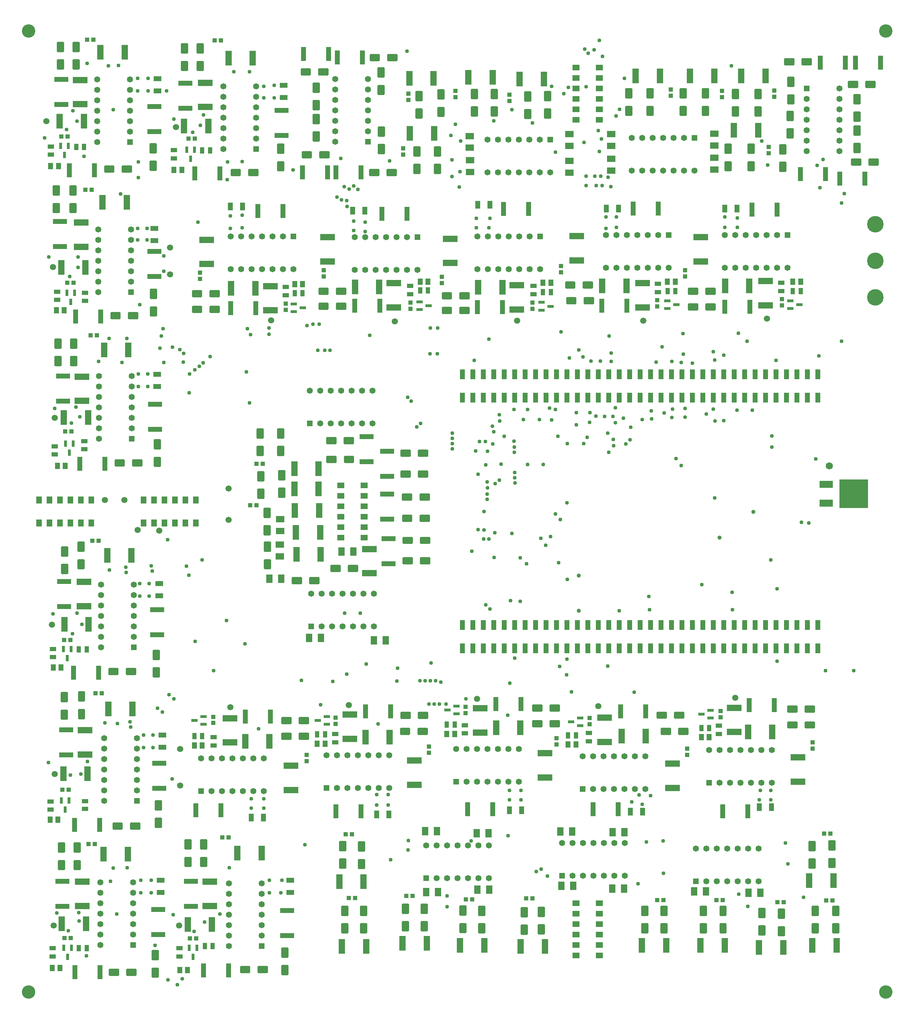
<source format=gbr>
G04 EAGLE Gerber RS-274X export*
G75*
%MOMM*%
%FSLAX34Y34*%
%LPD*%
%INSoldermask Top*%
%IPPOS*%
%AMOC8*
5,1,8,0,0,1.08239X$1,22.5*%
G01*
G04 Define Apertures*
%ADD10C,3.251200*%
%ADD11R,1.481200X1.481200*%
%ADD12C,1.481200*%
%ADD13R,1.223200X2.423200*%
%ADD14R,1.773200X1.473200*%
%ADD15R,1.533200X3.663200*%
%ADD16R,1.133200X1.093200*%
%ADD17C,0.596087*%
%ADD18R,1.473200X1.773200*%
%ADD19R,3.473200X1.273200*%
%ADD20R,1.933200X1.173200*%
%ADD21R,3.663200X1.533200*%
%ADD22R,0.762000X1.524000*%
%ADD23R,0.711200X1.524000*%
%ADD24R,1.073200X1.133200*%
%ADD25R,1.583200X1.123200*%
%ADD26R,1.123200X1.583200*%
%ADD27R,1.093200X1.133200*%
%ADD28R,1.273200X3.473200*%
%ADD29R,1.173200X1.933200*%
%ADD30R,1.524000X0.762000*%
%ADD31R,1.524000X0.711200*%
%ADD32R,1.133200X1.073200*%
%ADD33R,2.003200X1.543200*%
%ADD34R,1.623200X1.123200*%
%ADD35R,1.213200X1.583200*%
%ADD36R,1.543200X2.003200*%
%ADD37R,3.203200X1.803200*%
%ADD38R,6.903200X6.903200*%
%ADD39C,4.013200*%
%ADD40C,0.959600*%
%ADD41C,1.503200*%
%ADD42C,1.727200*%
%ADD43C,1.009600*%
D10*
X38100Y2374900D03*
X38100Y38100D03*
X2120900Y38100D03*
X2120900Y2374900D03*
D11*
X1305560Y2110700D03*
D12*
X1280160Y2110700D03*
X1254760Y2110700D03*
X1229360Y2110700D03*
X1203960Y2110700D03*
X1178560Y2110700D03*
X1153160Y2110700D03*
X1153160Y2031300D03*
X1178560Y2031300D03*
X1203960Y2031300D03*
X1229360Y2031300D03*
X1254760Y2031300D03*
X1280160Y2031300D03*
X1305560Y2031300D03*
D11*
X1656080Y2114880D03*
D12*
X1630680Y2114880D03*
X1605280Y2114880D03*
X1579880Y2114880D03*
X1554480Y2114880D03*
X1529080Y2114880D03*
X1503680Y2114880D03*
X1503680Y2035480D03*
X1529080Y2035480D03*
X1554480Y2035480D03*
X1579880Y2035480D03*
X1605280Y2035480D03*
X1630680Y2035480D03*
X1656080Y2035480D03*
D13*
X1092200Y1539550D03*
X1092200Y1483050D03*
X1117600Y1539550D03*
X1117600Y1483050D03*
X1143000Y1539550D03*
X1143000Y1483050D03*
X1168400Y1539550D03*
X1168400Y1483050D03*
X1193800Y1539550D03*
X1193800Y1483050D03*
X1219200Y1539550D03*
X1219200Y1483050D03*
X1244600Y1539550D03*
X1244600Y1483050D03*
X1270000Y1539550D03*
X1270000Y1483050D03*
X1295400Y1539550D03*
X1295400Y1483050D03*
X1320800Y1539550D03*
X1320800Y1483050D03*
X1346200Y1539550D03*
X1346200Y1483050D03*
X1371600Y1539550D03*
X1371600Y1483050D03*
X1397000Y1539550D03*
X1397000Y1483050D03*
X1422400Y1539550D03*
X1422400Y1483050D03*
X1447800Y1539550D03*
X1447800Y1483050D03*
X1473200Y1539550D03*
X1473200Y1483050D03*
X1498600Y1539550D03*
X1498600Y1483050D03*
X1524000Y1539550D03*
X1524000Y1483050D03*
X1549400Y1539550D03*
X1549400Y1483050D03*
X1574800Y1539550D03*
X1574800Y1483050D03*
X1600200Y1539550D03*
X1600200Y1483050D03*
X1625600Y1539550D03*
X1625600Y1483050D03*
X1651000Y1539550D03*
X1651000Y1483050D03*
X1676400Y1539550D03*
X1676400Y1483050D03*
X1701800Y1539550D03*
X1701800Y1483050D03*
X1727200Y1539550D03*
X1727200Y1483050D03*
X1752600Y1539550D03*
X1752600Y1483050D03*
X1778000Y1539550D03*
X1778000Y1483050D03*
X1803400Y1539550D03*
X1803400Y1483050D03*
X1828800Y1539550D03*
X1828800Y1483050D03*
X1854200Y1539550D03*
X1854200Y1483050D03*
X1879600Y1539550D03*
X1879600Y1483050D03*
X1905000Y1539550D03*
X1905000Y1483050D03*
X1930400Y1539550D03*
X1930400Y1483050D03*
X1955800Y1539550D03*
X1955800Y1483050D03*
X1092200Y929950D03*
X1092200Y873450D03*
X1117600Y929950D03*
X1117600Y873450D03*
X1143000Y929950D03*
X1143000Y873450D03*
X1168400Y929950D03*
X1168400Y873450D03*
X1193800Y929950D03*
X1193800Y873450D03*
X1219200Y929950D03*
X1219200Y873450D03*
X1244600Y929950D03*
X1244600Y873450D03*
X1270000Y929950D03*
X1270000Y873450D03*
X1295400Y929950D03*
X1295400Y873450D03*
X1320800Y929950D03*
X1320800Y873450D03*
X1346200Y929950D03*
X1346200Y873450D03*
X1371600Y929950D03*
X1371600Y873450D03*
X1397000Y929950D03*
X1397000Y873450D03*
X1422400Y929950D03*
X1422400Y873450D03*
X1447800Y929950D03*
X1447800Y873450D03*
X1473200Y929950D03*
X1473200Y873450D03*
X1498600Y929950D03*
X1498600Y873450D03*
X1524000Y929950D03*
X1524000Y873450D03*
X1549400Y929950D03*
X1549400Y873450D03*
X1574800Y929950D03*
X1574800Y873450D03*
X1600200Y929950D03*
X1600200Y873450D03*
X1625600Y929950D03*
X1625600Y873450D03*
X1651000Y929950D03*
X1651000Y873450D03*
X1676400Y929950D03*
X1676400Y873450D03*
X1701800Y929950D03*
X1701800Y873450D03*
X1727200Y929950D03*
X1727200Y873450D03*
X1752600Y929950D03*
X1752600Y873450D03*
X1778000Y929950D03*
X1778000Y873450D03*
X1803400Y929950D03*
X1803400Y873450D03*
X1828800Y929950D03*
X1828800Y873450D03*
X1854200Y929950D03*
X1854200Y873450D03*
X1879600Y929950D03*
X1879600Y873450D03*
X1905000Y929950D03*
X1905000Y873450D03*
X1930400Y929950D03*
X1930400Y873450D03*
X1955800Y929950D03*
X1955800Y873450D03*
D14*
X1368850Y2159000D03*
X1425150Y2159000D03*
X1368850Y2184400D03*
X1425150Y2184400D03*
X1368850Y2209800D03*
X1425150Y2209800D03*
X1368850Y2235200D03*
X1425150Y2235200D03*
X1368850Y2260600D03*
X1425150Y2260600D03*
X1368850Y2286000D03*
X1425150Y2286000D03*
D15*
X1290550Y2258060D03*
X1231670Y2258060D03*
D16*
X1206500Y2220040D03*
X1206500Y2204640D03*
D17*
X1293424Y2207494D02*
X1293424Y2226866D01*
X1304996Y2226866D01*
X1304996Y2207494D01*
X1293424Y2207494D01*
X1293424Y2213157D02*
X1304996Y2213157D01*
X1304996Y2218820D02*
X1293424Y2218820D01*
X1293424Y2224483D02*
X1304996Y2224483D01*
X1293424Y2184166D02*
X1293424Y2164794D01*
X1293424Y2184166D02*
X1304996Y2184166D01*
X1304996Y2164794D01*
X1293424Y2164794D01*
X1293424Y2170457D02*
X1304996Y2170457D01*
X1304996Y2176120D02*
X1293424Y2176120D01*
X1293424Y2181783D02*
X1304996Y2181783D01*
D15*
X1513610Y2265680D03*
X1572490Y2265680D03*
D16*
X1598930Y2232740D03*
X1598930Y2217340D03*
D17*
X1490274Y2213844D02*
X1490274Y2233216D01*
X1501846Y2233216D01*
X1501846Y2213844D01*
X1490274Y2213844D01*
X1490274Y2219507D02*
X1501846Y2219507D01*
X1501846Y2225170D02*
X1490274Y2225170D01*
X1490274Y2230833D02*
X1501846Y2230833D01*
X1490274Y2190516D02*
X1490274Y2171144D01*
X1490274Y2190516D02*
X1501846Y2190516D01*
X1501846Y2171144D01*
X1490274Y2171144D01*
X1490274Y2176807D02*
X1501846Y2176807D01*
X1501846Y2182470D02*
X1490274Y2182470D01*
X1490274Y2188133D02*
X1501846Y2188133D01*
D15*
X1166090Y2261870D03*
X1107210Y2261870D03*
D16*
X1075690Y2228930D03*
X1075690Y2213530D03*
D17*
X1163884Y2212574D02*
X1163884Y2231946D01*
X1175456Y2231946D01*
X1175456Y2212574D01*
X1163884Y2212574D01*
X1163884Y2218237D02*
X1175456Y2218237D01*
X1175456Y2223900D02*
X1163884Y2223900D01*
X1163884Y2229563D02*
X1175456Y2229563D01*
X1163884Y2189246D02*
X1163884Y2169874D01*
X1163884Y2189246D02*
X1175456Y2189246D01*
X1175456Y2169874D01*
X1163884Y2169874D01*
X1163884Y2175537D02*
X1175456Y2175537D01*
X1175456Y2181200D02*
X1163884Y2181200D01*
X1163884Y2186863D02*
X1175456Y2186863D01*
D15*
X1645690Y2265680D03*
X1704570Y2265680D03*
D16*
X1723390Y2228930D03*
X1723390Y2213530D03*
D17*
X1622354Y2213844D02*
X1622354Y2233216D01*
X1633926Y2233216D01*
X1633926Y2213844D01*
X1622354Y2213844D01*
X1622354Y2219507D02*
X1633926Y2219507D01*
X1633926Y2225170D02*
X1622354Y2225170D01*
X1622354Y2230833D02*
X1633926Y2230833D01*
X1622354Y2190516D02*
X1622354Y2171144D01*
X1622354Y2190516D02*
X1633926Y2190516D01*
X1633926Y2171144D01*
X1622354Y2171144D01*
X1622354Y2176807D02*
X1633926Y2176807D01*
X1633926Y2182470D02*
X1622354Y2182470D01*
X1622354Y2188133D02*
X1633926Y2188133D01*
D15*
X1022580Y2259330D03*
X963700Y2259330D03*
D16*
X961390Y2222580D03*
X961390Y2207180D03*
D17*
X1034344Y2211304D02*
X1034344Y2230676D01*
X1045916Y2230676D01*
X1045916Y2211304D01*
X1034344Y2211304D01*
X1034344Y2216967D02*
X1045916Y2216967D01*
X1045916Y2222630D02*
X1034344Y2222630D01*
X1034344Y2228293D02*
X1045916Y2228293D01*
X1034344Y2187976D02*
X1034344Y2168604D01*
X1034344Y2187976D02*
X1045916Y2187976D01*
X1045916Y2168604D01*
X1034344Y2168604D01*
X1034344Y2174267D02*
X1045916Y2174267D01*
X1045916Y2179930D02*
X1034344Y2179930D01*
X1034344Y2185593D02*
X1045916Y2185593D01*
D15*
X1770150Y2265680D03*
X1829030Y2265680D03*
D16*
X1850390Y2230200D03*
X1850390Y2214800D03*
D17*
X1749354Y2212574D02*
X1749354Y2231946D01*
X1760926Y2231946D01*
X1760926Y2212574D01*
X1749354Y2212574D01*
X1749354Y2218237D02*
X1760926Y2218237D01*
X1760926Y2223900D02*
X1749354Y2223900D01*
X1749354Y2229563D02*
X1760926Y2229563D01*
X1749354Y2189246D02*
X1749354Y2169874D01*
X1749354Y2189246D02*
X1760926Y2189246D01*
X1760926Y2169874D01*
X1749354Y2169874D01*
X1749354Y2175537D02*
X1760926Y2175537D01*
X1760926Y2181200D02*
X1749354Y2181200D01*
X1749354Y2186863D02*
X1760926Y2186863D01*
D15*
X1023850Y2125980D03*
X964970Y2125980D03*
D16*
X948690Y2089230D03*
X948690Y2073830D03*
D17*
X1025454Y2072874D02*
X1025454Y2092246D01*
X1037026Y2092246D01*
X1037026Y2072874D01*
X1025454Y2072874D01*
X1025454Y2078537D02*
X1037026Y2078537D01*
X1037026Y2084200D02*
X1025454Y2084200D01*
X1025454Y2089863D02*
X1037026Y2089863D01*
X1025454Y2049546D02*
X1025454Y2030174D01*
X1025454Y2049546D02*
X1037026Y2049546D01*
X1037026Y2030174D01*
X1025454Y2030174D01*
X1025454Y2035837D02*
X1037026Y2035837D01*
X1037026Y2041500D02*
X1025454Y2041500D01*
X1025454Y2047163D02*
X1037026Y2047163D01*
D15*
X1752370Y2133600D03*
X1811250Y2133600D03*
D16*
X1836420Y2093040D03*
X1836420Y2077640D03*
D17*
X1731574Y2079224D02*
X1731574Y2098596D01*
X1743146Y2098596D01*
X1743146Y2079224D01*
X1731574Y2079224D01*
X1731574Y2084887D02*
X1743146Y2084887D01*
X1743146Y2090550D02*
X1731574Y2090550D01*
X1731574Y2096213D02*
X1743146Y2096213D01*
X1731574Y2055896D02*
X1731574Y2036524D01*
X1731574Y2055896D02*
X1743146Y2055896D01*
X1743146Y2036524D01*
X1731574Y2036524D01*
X1731574Y2042187D02*
X1743146Y2042187D01*
X1743146Y2047850D02*
X1731574Y2047850D01*
X1731574Y2053513D02*
X1743146Y2053513D01*
D11*
X862660Y2105660D03*
D12*
X862660Y2131060D03*
X862660Y2156460D03*
X862660Y2181860D03*
X862660Y2207260D03*
X862660Y2232660D03*
X862660Y2258060D03*
X783260Y2258060D03*
X783260Y2232660D03*
X783260Y2207260D03*
X783260Y2181860D03*
X783260Y2156460D03*
X783260Y2131060D03*
X783260Y2105660D03*
D11*
X1928800Y2235160D03*
D12*
X1928800Y2209760D03*
X1928800Y2184360D03*
X1928800Y2158960D03*
X1928800Y2133560D03*
X1928800Y2108160D03*
X1928800Y2082760D03*
X2008200Y2082760D03*
X2008200Y2108160D03*
X2008200Y2133560D03*
X2008200Y2158960D03*
X2008200Y2184360D03*
X2008200Y2209760D03*
X2008200Y2235160D03*
D18*
X190500Y1178350D03*
X190500Y1234650D03*
X165100Y1178350D03*
X165100Y1234650D03*
X139700Y1178350D03*
X139700Y1234650D03*
X114300Y1178350D03*
X114300Y1234650D03*
X88900Y1178350D03*
X88900Y1234650D03*
X63500Y1178350D03*
X63500Y1234650D03*
D19*
X114300Y1850320D03*
X114300Y1911420D03*
D17*
X99624Y1977624D02*
X99624Y1996996D01*
X111196Y1996996D01*
X111196Y1977624D01*
X99624Y1977624D01*
X99624Y1983287D02*
X111196Y1983287D01*
X111196Y1988950D02*
X99624Y1988950D01*
X99624Y1994613D02*
X111196Y1994613D01*
X99624Y1954296D02*
X99624Y1934924D01*
X99624Y1954296D02*
X111196Y1954296D01*
X111196Y1934924D01*
X99624Y1934924D01*
X99624Y1940587D02*
X111196Y1940587D01*
X111196Y1946250D02*
X99624Y1946250D01*
X99624Y1951913D02*
X111196Y1951913D01*
X140264Y1977624D02*
X140264Y1996996D01*
X151836Y1996996D01*
X151836Y1977624D01*
X140264Y1977624D01*
X140264Y1983287D02*
X151836Y1983287D01*
X151836Y1988950D02*
X140264Y1988950D01*
X140264Y1994613D02*
X151836Y1994613D01*
X140264Y1954296D02*
X140264Y1934924D01*
X140264Y1954296D02*
X151836Y1954296D01*
X151836Y1934924D01*
X140264Y1934924D01*
X140264Y1940587D02*
X151836Y1940587D01*
X151836Y1946250D02*
X140264Y1946250D01*
X140264Y1951913D02*
X151836Y1951913D01*
D11*
X287350Y1739900D03*
D12*
X287350Y1765300D03*
X287350Y1790700D03*
X287350Y1816100D03*
X287350Y1841500D03*
X287350Y1866900D03*
X287350Y1892300D03*
X207950Y1892300D03*
X207950Y1866900D03*
X207950Y1841500D03*
X207950Y1816100D03*
X207950Y1790700D03*
X207950Y1765300D03*
X207950Y1739900D03*
D19*
X344170Y1777930D03*
X344170Y1839030D03*
D20*
X344170Y1864800D03*
X344170Y1894400D03*
D15*
X218210Y1958340D03*
X277090Y1958340D03*
D21*
X166370Y1850160D03*
X166370Y1909040D03*
D15*
X176760Y1799590D03*
X117880Y1799590D03*
D22*
X150368Y1738122D03*
X131572Y1738122D03*
D23*
X140970Y1716278D03*
D24*
X147250Y1762760D03*
X132150Y1762760D03*
D25*
X175260Y1718920D03*
X175260Y1738020D03*
D19*
X129540Y614610D03*
X129540Y675710D03*
D17*
X118674Y745724D02*
X118674Y765096D01*
X130246Y765096D01*
X130246Y745724D01*
X118674Y745724D01*
X118674Y751387D02*
X130246Y751387D01*
X130246Y757050D02*
X118674Y757050D01*
X118674Y762713D02*
X130246Y762713D01*
X118674Y722396D02*
X118674Y703024D01*
X118674Y722396D02*
X130246Y722396D01*
X130246Y703024D01*
X118674Y703024D01*
X118674Y708687D02*
X130246Y708687D01*
X130246Y714350D02*
X118674Y714350D01*
X118674Y720013D02*
X130246Y720013D01*
X160909Y747319D02*
X160909Y766691D01*
X172481Y766691D01*
X172481Y747319D01*
X160909Y747319D01*
X160909Y752982D02*
X172481Y752982D01*
X172481Y758645D02*
X160909Y758645D01*
X160909Y764308D02*
X172481Y764308D01*
X160909Y723991D02*
X160909Y704619D01*
X160909Y723991D02*
X172481Y723991D01*
X172481Y704619D01*
X160909Y704619D01*
X160909Y710282D02*
X172481Y710282D01*
X172481Y715945D02*
X160909Y715945D01*
X160909Y721608D02*
X172481Y721608D01*
D11*
X301320Y502920D03*
D12*
X301320Y528320D03*
X301320Y553720D03*
X301320Y579120D03*
X301320Y604520D03*
X301320Y629920D03*
X301320Y655320D03*
X221920Y655320D03*
X221920Y629920D03*
X221920Y604520D03*
X221920Y579120D03*
X221920Y553720D03*
X221920Y528320D03*
X221920Y502920D03*
D19*
X355600Y533330D03*
X355600Y594430D03*
D20*
X363220Y632900D03*
X363220Y662500D03*
D15*
X232180Y726440D03*
X291060Y726440D03*
D21*
X175260Y615720D03*
X175260Y674600D03*
D15*
X181840Y568960D03*
X122960Y568960D03*
D22*
X136398Y503682D03*
X117602Y503682D03*
D23*
X127000Y481838D03*
D24*
X135820Y529590D03*
X120720Y529590D03*
D25*
X175260Y483210D03*
X175260Y502310D03*
D19*
X121920Y1474400D03*
X121920Y1535500D03*
D17*
X103434Y1605514D02*
X103434Y1624886D01*
X115006Y1624886D01*
X115006Y1605514D01*
X103434Y1605514D01*
X103434Y1611177D02*
X115006Y1611177D01*
X115006Y1616840D02*
X103434Y1616840D01*
X103434Y1622503D02*
X115006Y1622503D01*
X103434Y1582186D02*
X103434Y1562814D01*
X103434Y1582186D02*
X115006Y1582186D01*
X115006Y1562814D01*
X103434Y1562814D01*
X103434Y1568477D02*
X115006Y1568477D01*
X115006Y1574140D02*
X103434Y1574140D01*
X103434Y1579803D02*
X115006Y1579803D01*
X141534Y1605514D02*
X141534Y1624886D01*
X153106Y1624886D01*
X153106Y1605514D01*
X141534Y1605514D01*
X141534Y1611177D02*
X153106Y1611177D01*
X153106Y1616840D02*
X141534Y1616840D01*
X141534Y1622503D02*
X153106Y1622503D01*
X141534Y1582186D02*
X141534Y1562814D01*
X141534Y1582186D02*
X153106Y1582186D01*
X153106Y1562814D01*
X141534Y1562814D01*
X141534Y1568477D02*
X153106Y1568477D01*
X153106Y1574140D02*
X141534Y1574140D01*
X141534Y1579803D02*
X153106Y1579803D01*
D11*
X288620Y1383030D03*
D12*
X288620Y1408430D03*
X288620Y1433830D03*
X288620Y1459230D03*
X288620Y1484630D03*
X288620Y1510030D03*
X288620Y1535430D03*
X209220Y1535430D03*
X209220Y1510030D03*
X209220Y1484630D03*
X209220Y1459230D03*
X209220Y1433830D03*
X209220Y1408430D03*
X209220Y1383030D03*
D19*
X345440Y1405820D03*
X345440Y1466920D03*
D20*
X350520Y1510470D03*
X350520Y1540070D03*
D15*
X222020Y1598930D03*
X280900Y1598930D03*
D21*
X167640Y1475510D03*
X167640Y1534390D03*
D15*
X183110Y1435100D03*
X124230Y1435100D03*
D22*
X146558Y1371092D03*
X127762Y1371092D03*
D23*
X137160Y1349248D03*
D24*
X142440Y1400810D03*
X127340Y1400810D03*
D25*
X173990Y1358240D03*
X173990Y1377340D03*
D19*
X124460Y975290D03*
X124460Y1036390D03*
D17*
X119944Y1100054D02*
X119944Y1119426D01*
X131516Y1119426D01*
X131516Y1100054D01*
X119944Y1100054D01*
X119944Y1105717D02*
X131516Y1105717D01*
X131516Y1111380D02*
X119944Y1111380D01*
X119944Y1117043D02*
X131516Y1117043D01*
X119944Y1076726D02*
X119944Y1057354D01*
X119944Y1076726D02*
X131516Y1076726D01*
X131516Y1057354D01*
X119944Y1057354D01*
X119944Y1063017D02*
X131516Y1063017D01*
X131516Y1068680D02*
X119944Y1068680D01*
X119944Y1074343D02*
X131516Y1074343D01*
X159314Y1111484D02*
X159314Y1130856D01*
X170886Y1130856D01*
X170886Y1111484D01*
X159314Y1111484D01*
X159314Y1117147D02*
X170886Y1117147D01*
X170886Y1122810D02*
X159314Y1122810D01*
X159314Y1128473D02*
X170886Y1128473D01*
X159314Y1088156D02*
X159314Y1068784D01*
X159314Y1088156D02*
X170886Y1088156D01*
X170886Y1068784D01*
X159314Y1068784D01*
X159314Y1074447D02*
X170886Y1074447D01*
X170886Y1080110D02*
X159314Y1080110D01*
X159314Y1085773D02*
X170886Y1085773D01*
D11*
X293700Y876300D03*
D12*
X293700Y901700D03*
X293700Y927100D03*
X293700Y952500D03*
X293700Y977900D03*
X293700Y1003300D03*
X293700Y1028700D03*
X214300Y1028700D03*
X214300Y1003300D03*
X214300Y977900D03*
X214300Y952500D03*
X214300Y927100D03*
X214300Y901700D03*
X214300Y876300D03*
D19*
X350520Y906710D03*
X350520Y967810D03*
D20*
X355600Y1001200D03*
X355600Y1030800D03*
D15*
X229640Y1099820D03*
X288520Y1099820D03*
D21*
X172720Y976400D03*
X172720Y1035280D03*
D15*
X184380Y932180D03*
X125500Y932180D03*
D22*
X141478Y871982D03*
X122682Y871982D03*
D23*
X132080Y850138D03*
D24*
X139630Y894080D03*
X124530Y894080D03*
D26*
X179730Y871220D03*
X160630Y871220D03*
D19*
X120650Y246310D03*
X120650Y307410D03*
D17*
X112324Y379964D02*
X112324Y399336D01*
X123896Y399336D01*
X123896Y379964D01*
X112324Y379964D01*
X112324Y385627D02*
X123896Y385627D01*
X123896Y391290D02*
X112324Y391290D01*
X112324Y396953D02*
X123896Y396953D01*
X112324Y356636D02*
X112324Y337264D01*
X112324Y356636D02*
X123896Y356636D01*
X123896Y337264D01*
X112324Y337264D01*
X112324Y342927D02*
X123896Y342927D01*
X123896Y348590D02*
X112324Y348590D01*
X112324Y354253D02*
X123896Y354253D01*
X150424Y379964D02*
X150424Y399336D01*
X161996Y399336D01*
X161996Y379964D01*
X150424Y379964D01*
X150424Y385627D02*
X161996Y385627D01*
X161996Y391290D02*
X150424Y391290D01*
X150424Y396953D02*
X161996Y396953D01*
X150424Y356636D02*
X150424Y337264D01*
X150424Y356636D02*
X161996Y356636D01*
X161996Y337264D01*
X150424Y337264D01*
X150424Y342927D02*
X161996Y342927D01*
X161996Y348590D02*
X150424Y348590D01*
X150424Y354253D02*
X161996Y354253D01*
D11*
X292430Y152400D03*
D12*
X292430Y177800D03*
X292430Y203200D03*
X292430Y228600D03*
X292430Y254000D03*
X292430Y279400D03*
X292430Y304800D03*
X213030Y304800D03*
X213030Y279400D03*
X213030Y254000D03*
X213030Y228600D03*
X213030Y203200D03*
X213030Y177800D03*
X213030Y152400D03*
D19*
X353090Y177330D03*
X353090Y238430D03*
D20*
X359410Y279840D03*
X359410Y309440D03*
D15*
X220750Y373380D03*
X279630Y373380D03*
D21*
X168910Y247420D03*
X168910Y306300D03*
D15*
X178030Y203560D03*
X119150Y203560D03*
D22*
X142748Y145542D03*
X123952Y145542D03*
D23*
X133350Y123698D03*
D24*
X140900Y168910D03*
X125800Y168910D03*
D26*
X179730Y144780D03*
X160630Y144780D03*
D19*
X118110Y2195760D03*
X118110Y2256860D03*
D17*
X109784Y2326874D02*
X109784Y2346246D01*
X121356Y2346246D01*
X121356Y2326874D01*
X109784Y2326874D01*
X109784Y2332537D02*
X121356Y2332537D01*
X121356Y2338200D02*
X109784Y2338200D01*
X109784Y2343863D02*
X121356Y2343863D01*
X109784Y2303546D02*
X109784Y2284174D01*
X109784Y2303546D02*
X121356Y2303546D01*
X121356Y2284174D01*
X109784Y2284174D01*
X109784Y2289837D02*
X121356Y2289837D01*
X121356Y2295500D02*
X109784Y2295500D01*
X109784Y2301163D02*
X121356Y2301163D01*
X147884Y2326874D02*
X147884Y2346246D01*
X159456Y2346246D01*
X159456Y2326874D01*
X147884Y2326874D01*
X147884Y2332537D02*
X159456Y2332537D01*
X159456Y2338200D02*
X147884Y2338200D01*
X147884Y2343863D02*
X159456Y2343863D01*
X147884Y2303546D02*
X147884Y2284174D01*
X147884Y2303546D02*
X159456Y2303546D01*
X159456Y2284174D01*
X147884Y2284174D01*
X147884Y2289837D02*
X159456Y2289837D01*
X159456Y2295500D02*
X147884Y2295500D01*
X147884Y2301163D02*
X159456Y2301163D01*
D11*
X284810Y2104390D03*
D12*
X284810Y2129790D03*
X284810Y2155190D03*
X284810Y2180590D03*
X284810Y2205990D03*
X284810Y2231390D03*
X284810Y2256790D03*
X205410Y2256790D03*
X205410Y2231390D03*
X205410Y2205990D03*
X205410Y2180590D03*
X205410Y2155190D03*
X205410Y2129790D03*
X205410Y2104390D03*
D19*
X344170Y2129720D03*
X344170Y2190820D03*
D20*
X351790Y2229290D03*
X351790Y2258890D03*
D15*
X213130Y2322830D03*
X272010Y2322830D03*
D21*
X163830Y2196870D03*
X163830Y2255750D03*
D15*
X172950Y2155190D03*
X114070Y2155190D03*
D22*
X135128Y2094992D03*
X116332Y2094992D03*
D23*
X125730Y2073148D03*
D24*
X133280Y2118000D03*
X118180Y2118000D03*
D26*
X173380Y2092960D03*
X154280Y2092960D03*
D19*
X433070Y246310D03*
X433070Y307410D03*
D17*
X419664Y387584D02*
X419664Y406956D01*
X431236Y406956D01*
X431236Y387584D01*
X419664Y387584D01*
X419664Y393247D02*
X431236Y393247D01*
X431236Y398910D02*
X419664Y398910D01*
X419664Y404573D02*
X431236Y404573D01*
X419664Y364256D02*
X419664Y344884D01*
X419664Y364256D02*
X431236Y364256D01*
X431236Y344884D01*
X419664Y344884D01*
X419664Y350547D02*
X431236Y350547D01*
X431236Y356210D02*
X419664Y356210D01*
X419664Y361873D02*
X431236Y361873D01*
X457764Y387584D02*
X457764Y406956D01*
X469336Y406956D01*
X469336Y387584D01*
X457764Y387584D01*
X457764Y393247D02*
X469336Y393247D01*
X469336Y398910D02*
X457764Y398910D01*
X457764Y404573D02*
X469336Y404573D01*
X457764Y364256D02*
X457764Y344884D01*
X457764Y364256D02*
X469336Y364256D01*
X469336Y344884D01*
X457764Y344884D01*
X457764Y350547D02*
X469336Y350547D01*
X469336Y356210D02*
X457764Y356210D01*
X457764Y361873D02*
X469336Y361873D01*
D11*
X604850Y149860D03*
D12*
X604850Y175260D03*
X604850Y200660D03*
X604850Y226060D03*
X604850Y251460D03*
X604850Y276860D03*
X604850Y302260D03*
X525450Y302260D03*
X525450Y276860D03*
X525450Y251460D03*
X525450Y226060D03*
X525450Y200660D03*
X525450Y175260D03*
X525450Y149860D03*
D19*
X666750Y175190D03*
X666750Y236290D03*
D20*
X674370Y279840D03*
X674370Y309440D03*
D15*
X545870Y375920D03*
X604750Y375920D03*
D21*
X478790Y247420D03*
X478790Y306300D03*
D15*
X484100Y201930D03*
X425220Y201930D03*
D22*
X447548Y145542D03*
X428752Y145542D03*
D23*
X438150Y123698D03*
D24*
X445700Y168550D03*
X430600Y168550D03*
D26*
X485800Y149860D03*
X466700Y149860D03*
D19*
X419100Y2186870D03*
X419100Y2247970D03*
D17*
X410774Y2323064D02*
X410774Y2342436D01*
X422346Y2342436D01*
X422346Y2323064D01*
X410774Y2323064D01*
X410774Y2328727D02*
X422346Y2328727D01*
X422346Y2334390D02*
X410774Y2334390D01*
X410774Y2340053D02*
X422346Y2340053D01*
X410774Y2299736D02*
X410774Y2280364D01*
X410774Y2299736D02*
X422346Y2299736D01*
X422346Y2280364D01*
X410774Y2280364D01*
X410774Y2286027D02*
X422346Y2286027D01*
X422346Y2291690D02*
X410774Y2291690D01*
X410774Y2297353D02*
X422346Y2297353D01*
X448874Y2323064D02*
X448874Y2342436D01*
X460446Y2342436D01*
X460446Y2323064D01*
X448874Y2323064D01*
X448874Y2328727D02*
X460446Y2328727D01*
X460446Y2334390D02*
X448874Y2334390D01*
X448874Y2340053D02*
X460446Y2340053D01*
X448874Y2299736D02*
X448874Y2280364D01*
X448874Y2299736D02*
X460446Y2299736D01*
X460446Y2280364D01*
X448874Y2280364D01*
X448874Y2286027D02*
X460446Y2286027D01*
X460446Y2291690D02*
X448874Y2291690D01*
X448874Y2297353D02*
X460446Y2297353D01*
D11*
X590880Y2087880D03*
D12*
X590880Y2113280D03*
X590880Y2138680D03*
X590880Y2164080D03*
X590880Y2189480D03*
X590880Y2214880D03*
X590880Y2240280D03*
X511480Y2240280D03*
X511480Y2214880D03*
X511480Y2189480D03*
X511480Y2164080D03*
X511480Y2138680D03*
X511480Y2113280D03*
X511480Y2087880D03*
D19*
X652780Y2120830D03*
X652780Y2181930D03*
D20*
X657860Y2212780D03*
X657860Y2242380D03*
D15*
X524280Y2308860D03*
X583160Y2308860D03*
D21*
X467360Y2190010D03*
X467360Y2248890D03*
D15*
X475210Y2143760D03*
X416330Y2143760D03*
D22*
X441198Y2086102D03*
X422402Y2086102D03*
D23*
X431800Y2064258D03*
D24*
X441890Y2113280D03*
X426790Y2113280D03*
D26*
X479450Y2084070D03*
X460350Y2084070D03*
D27*
X208360Y1135380D03*
X192960Y1135380D03*
X204550Y1634490D03*
X189150Y1634490D03*
X215980Y764540D03*
X200580Y764540D03*
X191850Y1988820D03*
X176450Y1988820D03*
X199470Y397510D03*
X184070Y397510D03*
X195660Y2353310D03*
X180260Y2353310D03*
X524590Y414020D03*
X509190Y414020D03*
X505540Y2352040D03*
X490140Y2352040D03*
D14*
X1425150Y254000D03*
X1368850Y254000D03*
X1425150Y228600D03*
X1368850Y228600D03*
X1425150Y203200D03*
X1368850Y203200D03*
X1425150Y177800D03*
X1368850Y177800D03*
X1425150Y152400D03*
X1368850Y152400D03*
X1425150Y127000D03*
X1368850Y127000D03*
D11*
X1334770Y320980D03*
D12*
X1360170Y320980D03*
X1385570Y320980D03*
X1410970Y320980D03*
X1436370Y320980D03*
X1461770Y320980D03*
X1487170Y320980D03*
X1487170Y400380D03*
X1461770Y400380D03*
X1436370Y400380D03*
X1410970Y400380D03*
X1385570Y400380D03*
X1360170Y400380D03*
X1334770Y400380D03*
D11*
X1004570Y314630D03*
D12*
X1029970Y314630D03*
X1055370Y314630D03*
X1080770Y314630D03*
X1106170Y314630D03*
X1131570Y314630D03*
X1156970Y314630D03*
X1156970Y394030D03*
X1131570Y394030D03*
X1106170Y394030D03*
X1080770Y394030D03*
X1055370Y394030D03*
X1029970Y394030D03*
X1004570Y394030D03*
D15*
X1528850Y151130D03*
X1587730Y151130D03*
D27*
X1565830Y261620D03*
X1581230Y261620D03*
D17*
X1529644Y245666D02*
X1529644Y226294D01*
X1529644Y245666D02*
X1541216Y245666D01*
X1541216Y226294D01*
X1529644Y226294D01*
X1529644Y231957D02*
X1541216Y231957D01*
X1541216Y237620D02*
X1529644Y237620D01*
X1529644Y243283D02*
X1541216Y243283D01*
X1529644Y202966D02*
X1529644Y183594D01*
X1529644Y202966D02*
X1541216Y202966D01*
X1541216Y183594D01*
X1529644Y183594D01*
X1529644Y189257D02*
X1541216Y189257D01*
X1541216Y194920D02*
X1529644Y194920D01*
X1529644Y200583D02*
X1541216Y200583D01*
D15*
X1293090Y148590D03*
X1234210Y148590D03*
D27*
X1262460Y265430D03*
X1247060Y265430D03*
D17*
X1278184Y243126D02*
X1278184Y223754D01*
X1278184Y243126D02*
X1289756Y243126D01*
X1289756Y223754D01*
X1278184Y223754D01*
X1278184Y229417D02*
X1289756Y229417D01*
X1289756Y235080D02*
X1278184Y235080D01*
X1278184Y240743D02*
X1289756Y240743D01*
X1278184Y200426D02*
X1278184Y181054D01*
X1278184Y200426D02*
X1289756Y200426D01*
X1289756Y181054D01*
X1278184Y181054D01*
X1278184Y186717D02*
X1289756Y186717D01*
X1289756Y192380D02*
X1278184Y192380D01*
X1278184Y198043D02*
X1289756Y198043D01*
D15*
X1671090Y151130D03*
X1729970Y151130D03*
D27*
X1709340Y261620D03*
X1724740Y261620D03*
D17*
X1671884Y245666D02*
X1671884Y226294D01*
X1671884Y245666D02*
X1683456Y245666D01*
X1683456Y226294D01*
X1671884Y226294D01*
X1671884Y231957D02*
X1683456Y231957D01*
X1683456Y237620D02*
X1671884Y237620D01*
X1671884Y243283D02*
X1683456Y243283D01*
X1671884Y202966D02*
X1671884Y183594D01*
X1671884Y202966D02*
X1683456Y202966D01*
X1683456Y183594D01*
X1671884Y183594D01*
X1671884Y189257D02*
X1683456Y189257D01*
X1683456Y194920D02*
X1671884Y194920D01*
X1671884Y200583D02*
X1683456Y200583D01*
D15*
X1145770Y151130D03*
X1086890Y151130D03*
D27*
X1116410Y262890D03*
X1101010Y262890D03*
D17*
X1133404Y245666D02*
X1133404Y226294D01*
X1133404Y245666D02*
X1144976Y245666D01*
X1144976Y226294D01*
X1133404Y226294D01*
X1133404Y231957D02*
X1144976Y231957D01*
X1144976Y237620D02*
X1133404Y237620D01*
X1133404Y243283D02*
X1144976Y243283D01*
X1133404Y202966D02*
X1133404Y183594D01*
X1133404Y202966D02*
X1144976Y202966D01*
X1144976Y183594D01*
X1133404Y183594D01*
X1133404Y189257D02*
X1144976Y189257D01*
X1144976Y194920D02*
X1133404Y194920D01*
X1133404Y200583D02*
X1144976Y200583D01*
D15*
X1813330Y146050D03*
X1872210Y146050D03*
D27*
X1857930Y256540D03*
X1873330Y256540D03*
D17*
X1814124Y240586D02*
X1814124Y221214D01*
X1814124Y240586D02*
X1825696Y240586D01*
X1825696Y221214D01*
X1814124Y221214D01*
X1814124Y226877D02*
X1825696Y226877D01*
X1825696Y232540D02*
X1814124Y232540D01*
X1814124Y238203D02*
X1825696Y238203D01*
X1814124Y197886D02*
X1814124Y178514D01*
X1814124Y197886D02*
X1825696Y197886D01*
X1825696Y178514D01*
X1814124Y178514D01*
X1814124Y184177D02*
X1825696Y184177D01*
X1825696Y189840D02*
X1814124Y189840D01*
X1814124Y195503D02*
X1825696Y195503D01*
D15*
X1006070Y156210D03*
X947190Y156210D03*
D27*
X971630Y271780D03*
X956230Y271780D03*
D17*
X993704Y250746D02*
X993704Y231374D01*
X993704Y250746D02*
X1005276Y250746D01*
X1005276Y231374D01*
X993704Y231374D01*
X993704Y237037D02*
X1005276Y237037D01*
X1005276Y242700D02*
X993704Y242700D01*
X993704Y248363D02*
X1005276Y248363D01*
X993704Y208046D02*
X993704Y188674D01*
X993704Y208046D02*
X1005276Y208046D01*
X1005276Y188674D01*
X993704Y188674D01*
X993704Y194337D02*
X1005276Y194337D01*
X1005276Y200000D02*
X993704Y200000D01*
X993704Y205663D02*
X1005276Y205663D01*
D15*
X1942870Y151130D03*
X2001750Y151130D03*
D27*
X1976040Y260350D03*
X1991440Y260350D03*
D17*
X1943664Y245666D02*
X1943664Y226294D01*
X1943664Y245666D02*
X1955236Y245666D01*
X1955236Y226294D01*
X1943664Y226294D01*
X1943664Y231957D02*
X1955236Y231957D01*
X1955236Y237620D02*
X1943664Y237620D01*
X1943664Y243283D02*
X1955236Y243283D01*
X1943664Y202966D02*
X1943664Y183594D01*
X1943664Y202966D02*
X1955236Y202966D01*
X1955236Y183594D01*
X1943664Y183594D01*
X1943664Y189257D02*
X1955236Y189257D01*
X1955236Y194920D02*
X1943664Y194920D01*
X1943664Y200583D02*
X1955236Y200583D01*
D15*
X858750Y148590D03*
X799870Y148590D03*
D27*
X831930Y266700D03*
X816530Y266700D03*
D17*
X846384Y245666D02*
X846384Y226294D01*
X846384Y245666D02*
X857956Y245666D01*
X857956Y226294D01*
X846384Y226294D01*
X846384Y231957D02*
X857956Y231957D01*
X857956Y237620D02*
X846384Y237620D01*
X846384Y243283D02*
X857956Y243283D01*
X846384Y202966D02*
X846384Y183594D01*
X846384Y202966D02*
X857956Y202966D01*
X857956Y183594D01*
X846384Y183594D01*
X846384Y189257D02*
X857956Y189257D01*
X857956Y194920D02*
X846384Y194920D01*
X846384Y200583D02*
X857956Y200583D01*
D15*
X1935250Y308610D03*
X1994130Y308610D03*
D27*
X1970960Y422910D03*
X1986360Y422910D03*
D17*
X1936044Y403146D02*
X1936044Y383774D01*
X1936044Y403146D02*
X1947616Y403146D01*
X1947616Y383774D01*
X1936044Y383774D01*
X1936044Y389437D02*
X1947616Y389437D01*
X1947616Y395100D02*
X1936044Y395100D01*
X1936044Y400763D02*
X1947616Y400763D01*
X1936044Y360446D02*
X1936044Y341074D01*
X1936044Y360446D02*
X1947616Y360446D01*
X1947616Y341074D01*
X1936044Y341074D01*
X1936044Y346737D02*
X1947616Y346737D01*
X1947616Y352400D02*
X1936044Y352400D01*
X1936044Y358063D02*
X1947616Y358063D01*
D15*
X852400Y306070D03*
X793520Y306070D03*
D27*
X824310Y421640D03*
X808910Y421640D03*
D17*
X841304Y401876D02*
X841304Y382504D01*
X841304Y401876D02*
X852876Y401876D01*
X852876Y382504D01*
X841304Y382504D01*
X841304Y388167D02*
X852876Y388167D01*
X852876Y393830D02*
X841304Y393830D01*
X841304Y399493D02*
X852876Y399493D01*
X841304Y359176D02*
X841304Y339804D01*
X841304Y359176D02*
X852876Y359176D01*
X852876Y339804D01*
X841304Y339804D01*
X841304Y345467D02*
X852876Y345467D01*
X852876Y351130D02*
X841304Y351130D01*
X841304Y356793D02*
X852876Y356793D01*
D11*
X1659890Y307010D03*
D12*
X1685290Y307010D03*
X1710690Y307010D03*
X1736090Y307010D03*
X1761490Y307010D03*
X1786890Y307010D03*
X1812290Y307010D03*
X1812290Y386410D03*
X1786890Y386410D03*
X1761490Y386410D03*
X1736090Y386410D03*
X1710690Y386410D03*
X1685290Y386410D03*
X1659890Y386410D03*
D18*
X444500Y1178350D03*
X444500Y1234650D03*
X419100Y1178350D03*
X419100Y1234650D03*
X393700Y1178350D03*
X393700Y1234650D03*
X368300Y1178350D03*
X368300Y1234650D03*
X342900Y1178350D03*
X342900Y1234650D03*
X317500Y1178350D03*
X317500Y1234650D03*
D28*
X1492320Y1706880D03*
X1431220Y1706880D03*
D17*
X1366286Y1713794D02*
X1346914Y1713794D01*
X1346914Y1725366D01*
X1366286Y1725366D01*
X1366286Y1713794D01*
X1366286Y1719457D02*
X1346914Y1719457D01*
X1346914Y1725120D02*
X1366286Y1725120D01*
X1389614Y1713794D02*
X1408986Y1713794D01*
X1389614Y1713794D02*
X1389614Y1725366D01*
X1408986Y1725366D01*
X1408986Y1713794D01*
X1408986Y1719457D02*
X1389614Y1719457D01*
X1389614Y1725120D02*
X1408986Y1725120D01*
X1363746Y1751894D02*
X1344374Y1751894D01*
X1344374Y1763466D01*
X1363746Y1763466D01*
X1363746Y1751894D01*
X1363746Y1757557D02*
X1344374Y1757557D01*
X1344374Y1763220D02*
X1363746Y1763220D01*
X1387074Y1751894D02*
X1406446Y1751894D01*
X1387074Y1751894D02*
X1387074Y1763466D01*
X1406446Y1763466D01*
X1406446Y1751894D01*
X1406446Y1757557D02*
X1387074Y1757557D01*
X1387074Y1763220D02*
X1406446Y1763220D01*
D11*
X1593850Y1878660D03*
D12*
X1568450Y1878660D03*
X1543050Y1878660D03*
X1517650Y1878660D03*
X1492250Y1878660D03*
X1466850Y1878660D03*
X1441450Y1878660D03*
X1441450Y1799260D03*
X1466850Y1799260D03*
X1492250Y1799260D03*
X1517650Y1799260D03*
X1543050Y1799260D03*
X1568450Y1799260D03*
X1593850Y1799260D03*
D28*
X1568520Y1943100D03*
X1507420Y1943100D03*
D29*
X1471490Y1943100D03*
X1441890Y1943100D03*
D21*
X1370330Y1817140D03*
X1370330Y1876020D03*
D15*
X1491210Y1755140D03*
X1432330Y1755140D03*
D21*
X1530350Y1761720D03*
X1530350Y1702840D03*
D30*
X1590548Y1718818D03*
X1590548Y1700022D03*
D31*
X1612392Y1709420D03*
D32*
X1565910Y1720240D03*
X1565910Y1705140D03*
D26*
X1610078Y1742440D03*
X1590978Y1742440D03*
D28*
X1476940Y720090D03*
X1538040Y720090D03*
D17*
X1609324Y717246D02*
X1628696Y717246D01*
X1628696Y705674D01*
X1609324Y705674D01*
X1609324Y717246D01*
X1609324Y711337D02*
X1628696Y711337D01*
X1628696Y717000D02*
X1609324Y717000D01*
X1585996Y717246D02*
X1566624Y717246D01*
X1585996Y717246D02*
X1585996Y705674D01*
X1566624Y705674D01*
X1566624Y717246D01*
X1566624Y711337D02*
X1585996Y711337D01*
X1585996Y717000D02*
X1566624Y717000D01*
X1619484Y677616D02*
X1638856Y677616D01*
X1638856Y666044D01*
X1619484Y666044D01*
X1619484Y677616D01*
X1619484Y671707D02*
X1638856Y671707D01*
X1638856Y677370D02*
X1619484Y677370D01*
X1596156Y677616D02*
X1576784Y677616D01*
X1596156Y677616D02*
X1596156Y666044D01*
X1576784Y666044D01*
X1576784Y677616D01*
X1576784Y671707D02*
X1596156Y671707D01*
X1596156Y677370D02*
X1576784Y677370D01*
D11*
X1384300Y531800D03*
D12*
X1409700Y531800D03*
X1435100Y531800D03*
X1460500Y531800D03*
X1485900Y531800D03*
X1511300Y531800D03*
X1536700Y531800D03*
X1536700Y611200D03*
X1511300Y611200D03*
X1485900Y611200D03*
X1460500Y611200D03*
X1435100Y611200D03*
X1409700Y611200D03*
X1384300Y611200D03*
D28*
X1409630Y482600D03*
X1470730Y482600D03*
D29*
X1500310Y476250D03*
X1529910Y476250D03*
D21*
X1602740Y593320D03*
X1602740Y534440D03*
D15*
X1479320Y660400D03*
X1538200Y660400D03*
D21*
X1437640Y646200D03*
X1437640Y705080D03*
D30*
X1378712Y685292D03*
X1378712Y704088D03*
D31*
X1356868Y694690D03*
D32*
X1401720Y688814D03*
X1401720Y703914D03*
D26*
X1349350Y661670D03*
X1368450Y661670D03*
D28*
X1790770Y1704340D03*
X1729670Y1704340D03*
D17*
X1662196Y1698554D02*
X1642824Y1698554D01*
X1642824Y1710126D01*
X1662196Y1710126D01*
X1662196Y1698554D01*
X1662196Y1704217D02*
X1642824Y1704217D01*
X1642824Y1709880D02*
X1662196Y1709880D01*
X1685524Y1698554D02*
X1704896Y1698554D01*
X1685524Y1698554D02*
X1685524Y1710126D01*
X1704896Y1710126D01*
X1704896Y1698554D01*
X1704896Y1704217D02*
X1685524Y1704217D01*
X1685524Y1709880D02*
X1704896Y1709880D01*
X1662196Y1736654D02*
X1642824Y1736654D01*
X1642824Y1748226D01*
X1662196Y1748226D01*
X1662196Y1736654D01*
X1662196Y1742317D02*
X1642824Y1742317D01*
X1642824Y1747980D02*
X1662196Y1747980D01*
X1685524Y1736654D02*
X1704896Y1736654D01*
X1685524Y1736654D02*
X1685524Y1748226D01*
X1704896Y1748226D01*
X1704896Y1736654D01*
X1704896Y1742317D02*
X1685524Y1742317D01*
X1685524Y1747980D02*
X1704896Y1747980D01*
D11*
X1882140Y1878660D03*
D12*
X1856740Y1878660D03*
X1831340Y1878660D03*
X1805940Y1878660D03*
X1780540Y1878660D03*
X1755140Y1878660D03*
X1729740Y1878660D03*
X1729740Y1799260D03*
X1755140Y1799260D03*
X1780540Y1799260D03*
X1805940Y1799260D03*
X1831340Y1799260D03*
X1856740Y1799260D03*
X1882140Y1799260D03*
D28*
X1856810Y1940560D03*
X1795710Y1940560D03*
D29*
X1759780Y1943100D03*
X1730180Y1943100D03*
D21*
X1671320Y1814600D03*
X1671320Y1873480D03*
D15*
X1789660Y1755140D03*
X1730780Y1755140D03*
D21*
X1828800Y1766800D03*
X1828800Y1707920D03*
D30*
X1888998Y1718818D03*
X1888998Y1700022D03*
D31*
X1910842Y1709420D03*
D32*
X1868530Y1722406D03*
X1868530Y1707306D03*
D26*
X1914550Y1742440D03*
X1895450Y1742440D03*
D28*
X1789360Y735330D03*
X1850460Y735330D03*
D17*
X1926824Y732226D02*
X1946196Y732226D01*
X1946196Y720654D01*
X1926824Y720654D01*
X1926824Y732226D01*
X1926824Y726317D02*
X1946196Y726317D01*
X1946196Y731980D02*
X1926824Y731980D01*
X1903496Y732226D02*
X1884124Y732226D01*
X1903496Y732226D02*
X1903496Y720654D01*
X1884124Y720654D01*
X1884124Y732226D01*
X1884124Y726317D02*
X1903496Y726317D01*
X1903496Y731980D02*
X1884124Y731980D01*
X1926824Y693626D02*
X1946196Y693626D01*
X1946196Y682054D01*
X1926824Y682054D01*
X1926824Y693626D01*
X1926824Y687717D02*
X1946196Y687717D01*
X1946196Y693380D02*
X1926824Y693380D01*
X1903496Y693626D02*
X1884124Y693626D01*
X1903496Y693626D02*
X1903496Y682054D01*
X1884124Y682054D01*
X1884124Y693626D01*
X1884124Y687717D02*
X1903496Y687717D01*
X1903496Y693380D02*
X1884124Y693380D01*
D11*
X1691640Y547040D03*
D12*
X1717040Y547040D03*
X1742440Y547040D03*
X1767840Y547040D03*
X1793240Y547040D03*
X1818640Y547040D03*
X1844040Y547040D03*
X1844040Y626440D03*
X1818640Y626440D03*
X1793240Y626440D03*
X1767840Y626440D03*
X1742440Y626440D03*
X1717040Y626440D03*
X1691640Y626440D03*
D28*
X1724590Y477520D03*
X1785690Y477520D03*
D29*
X1814000Y487680D03*
X1843600Y487680D03*
D21*
X1907540Y608560D03*
X1907540Y549680D03*
D15*
X1786660Y670560D03*
X1845540Y670560D03*
D21*
X1752600Y670330D03*
X1752600Y729210D03*
D30*
X1694942Y704342D03*
X1694942Y723138D03*
D31*
X1673098Y713740D03*
D32*
X1719580Y706190D03*
X1719580Y721290D03*
D26*
X1673200Y679450D03*
X1692300Y679450D03*
D28*
X565080Y707390D03*
X626180Y707390D03*
D17*
X697464Y704286D02*
X716836Y704286D01*
X716836Y692714D01*
X697464Y692714D01*
X697464Y704286D01*
X697464Y698377D02*
X716836Y698377D01*
X716836Y704040D02*
X697464Y704040D01*
X674136Y704286D02*
X654764Y704286D01*
X674136Y704286D02*
X674136Y692714D01*
X654764Y692714D01*
X654764Y704286D01*
X654764Y698377D02*
X674136Y698377D01*
X674136Y704040D02*
X654764Y704040D01*
X697464Y666186D02*
X716836Y666186D01*
X716836Y654614D01*
X697464Y654614D01*
X697464Y666186D01*
X697464Y660277D02*
X716836Y660277D01*
X716836Y665940D02*
X697464Y665940D01*
X674136Y666186D02*
X654764Y666186D01*
X674136Y666186D02*
X674136Y654614D01*
X654764Y654614D01*
X654764Y666186D01*
X654764Y660277D02*
X674136Y660277D01*
X674136Y665940D02*
X654764Y665940D01*
D11*
X457200Y526720D03*
D12*
X482600Y526720D03*
X508000Y526720D03*
X533400Y526720D03*
X558800Y526720D03*
X584200Y526720D03*
X609600Y526720D03*
X609600Y606120D03*
X584200Y606120D03*
X558800Y606120D03*
X533400Y606120D03*
X508000Y606120D03*
X482600Y606120D03*
X457200Y606120D03*
D28*
X444430Y480060D03*
X505530Y480060D03*
D29*
X579560Y462280D03*
X609160Y462280D03*
D21*
X675640Y588240D03*
X675640Y529360D03*
D15*
X564920Y647700D03*
X623800Y647700D03*
D21*
X527586Y644930D03*
X527586Y703810D03*
D30*
X463042Y689102D03*
X463042Y707898D03*
D31*
X441198Y698500D03*
D32*
X487504Y692118D03*
X487504Y707218D03*
D26*
X441300Y660400D03*
X460400Y660400D03*
D28*
X590620Y1700530D03*
X529520Y1700530D03*
D17*
X456966Y1692204D02*
X437594Y1692204D01*
X437594Y1703776D01*
X456966Y1703776D01*
X456966Y1692204D01*
X456966Y1697867D02*
X437594Y1697867D01*
X437594Y1703530D02*
X456966Y1703530D01*
X480294Y1692204D02*
X499666Y1692204D01*
X480294Y1692204D02*
X480294Y1703776D01*
X499666Y1703776D01*
X499666Y1692204D01*
X499666Y1697867D02*
X480294Y1697867D01*
X480294Y1703530D02*
X499666Y1703530D01*
X456966Y1730304D02*
X437594Y1730304D01*
X437594Y1741876D01*
X456966Y1741876D01*
X456966Y1730304D01*
X456966Y1735967D02*
X437594Y1735967D01*
X437594Y1741630D02*
X456966Y1741630D01*
X480294Y1730304D02*
X499666Y1730304D01*
X480294Y1730304D02*
X480294Y1741876D01*
X499666Y1741876D01*
X499666Y1730304D01*
X499666Y1735967D02*
X480294Y1735967D01*
X480294Y1741630D02*
X499666Y1741630D01*
D11*
X681990Y1874850D03*
D12*
X656590Y1874850D03*
X631190Y1874850D03*
X605790Y1874850D03*
X580390Y1874850D03*
X554990Y1874850D03*
X529590Y1874850D03*
X529590Y1795450D03*
X554990Y1795450D03*
X580390Y1795450D03*
X605790Y1795450D03*
X631190Y1795450D03*
X656590Y1795450D03*
X681990Y1795450D03*
D28*
X656660Y1936750D03*
X595560Y1936750D03*
D29*
X558360Y1948180D03*
X528760Y1948180D03*
D21*
X471170Y1808250D03*
X471170Y1867130D03*
D15*
X589510Y1748790D03*
X530630Y1748790D03*
D21*
X625644Y1754566D03*
X625644Y1695686D03*
D30*
X682498Y1711198D03*
X682498Y1692402D03*
D31*
X704342Y1701800D03*
D32*
X662940Y1711890D03*
X662940Y1696790D03*
D26*
X704240Y1737360D03*
X685140Y1737360D03*
D28*
X857180Y720090D03*
X918280Y720090D03*
D17*
X987024Y716986D02*
X1006396Y716986D01*
X1006396Y705414D01*
X987024Y705414D01*
X987024Y716986D01*
X987024Y711077D02*
X1006396Y711077D01*
X1006396Y716740D02*
X987024Y716740D01*
X963696Y716986D02*
X944324Y716986D01*
X963696Y716986D02*
X963696Y705414D01*
X944324Y705414D01*
X944324Y716986D01*
X944324Y711077D02*
X963696Y711077D01*
X963696Y716740D02*
X944324Y716740D01*
X985754Y677616D02*
X1005126Y677616D01*
X1005126Y666044D01*
X985754Y666044D01*
X985754Y677616D01*
X985754Y671707D02*
X1005126Y671707D01*
X1005126Y677370D02*
X985754Y677370D01*
X962426Y677616D02*
X943054Y677616D01*
X962426Y677616D02*
X962426Y666044D01*
X943054Y666044D01*
X943054Y677616D01*
X943054Y671707D02*
X962426Y671707D01*
X962426Y677370D02*
X943054Y677370D01*
D11*
X762000Y534340D03*
D12*
X787400Y534340D03*
X812800Y534340D03*
X838200Y534340D03*
X863600Y534340D03*
X889000Y534340D03*
X914400Y534340D03*
X914400Y613740D03*
X889000Y613740D03*
X863600Y613740D03*
X838200Y613740D03*
X812800Y613740D03*
X787400Y613740D03*
X762000Y613740D03*
D28*
X784790Y477520D03*
X845890Y477520D03*
D29*
X884360Y469900D03*
X913960Y469900D03*
D21*
X975360Y600940D03*
X975360Y542060D03*
D15*
X857020Y657860D03*
X915900Y657860D03*
D21*
X819150Y653820D03*
X819150Y712700D03*
D30*
X762762Y689102D03*
X762762Y707898D03*
D31*
X740918Y698500D03*
D32*
X784274Y689680D03*
X784274Y704780D03*
D26*
X739750Y664210D03*
X758850Y664210D03*
D28*
X1190060Y1703070D03*
X1128960Y1703070D03*
D17*
X1064026Y1689664D02*
X1044654Y1689664D01*
X1044654Y1701236D01*
X1064026Y1701236D01*
X1064026Y1689664D01*
X1064026Y1695327D02*
X1044654Y1695327D01*
X1044654Y1700990D02*
X1064026Y1700990D01*
X1087354Y1689664D02*
X1106726Y1689664D01*
X1087354Y1689664D02*
X1087354Y1701236D01*
X1106726Y1701236D01*
X1106726Y1689664D01*
X1106726Y1695327D02*
X1087354Y1695327D01*
X1087354Y1700990D02*
X1106726Y1700990D01*
X1064026Y1725224D02*
X1044654Y1725224D01*
X1044654Y1736796D01*
X1064026Y1736796D01*
X1064026Y1725224D01*
X1064026Y1730887D02*
X1044654Y1730887D01*
X1044654Y1736550D02*
X1064026Y1736550D01*
X1087354Y1725224D02*
X1106726Y1725224D01*
X1087354Y1725224D02*
X1087354Y1736796D01*
X1106726Y1736796D01*
X1106726Y1725224D01*
X1106726Y1730887D02*
X1087354Y1730887D01*
X1087354Y1736550D02*
X1106726Y1736550D01*
D11*
X1281430Y1874850D03*
D12*
X1256030Y1874850D03*
X1230630Y1874850D03*
X1205230Y1874850D03*
X1179830Y1874850D03*
X1154430Y1874850D03*
X1129030Y1874850D03*
X1129030Y1795450D03*
X1154430Y1795450D03*
X1179830Y1795450D03*
X1205230Y1795450D03*
X1230630Y1795450D03*
X1256030Y1795450D03*
X1281430Y1795450D03*
D28*
X1253560Y1941830D03*
X1192460Y1941830D03*
D29*
X1159070Y1951990D03*
X1129470Y1951990D03*
D21*
X1062990Y1810790D03*
X1062990Y1869670D03*
D15*
X1189460Y1751330D03*
X1130580Y1751330D03*
D21*
X1224280Y1756640D03*
X1224280Y1697760D03*
D30*
X1284478Y1714804D03*
X1284478Y1696008D03*
D31*
X1306322Y1705406D03*
D32*
X1262380Y1714532D03*
X1262380Y1699432D03*
D26*
X1307490Y1739900D03*
X1288390Y1739900D03*
D16*
X1943100Y629840D03*
X1943100Y645240D03*
X1633220Y1793320D03*
X1633220Y1777920D03*
X1638300Y614600D03*
X1638300Y630000D03*
X1332230Y1803480D03*
X1332230Y1788080D03*
X713740Y599360D03*
X713740Y614760D03*
X454660Y1786970D03*
X454660Y1771570D03*
X1010920Y619680D03*
X1010920Y635080D03*
X1042670Y1776810D03*
X1042670Y1761410D03*
D28*
X891610Y1706880D03*
X830510Y1706880D03*
D17*
X764306Y1699824D02*
X744934Y1699824D01*
X744934Y1711396D01*
X764306Y1711396D01*
X764306Y1699824D01*
X764306Y1705487D02*
X744934Y1705487D01*
X744934Y1711150D02*
X764306Y1711150D01*
X787634Y1699824D02*
X807006Y1699824D01*
X787634Y1699824D02*
X787634Y1711396D01*
X807006Y1711396D01*
X807006Y1699824D01*
X807006Y1705487D02*
X787634Y1705487D01*
X787634Y1711150D02*
X807006Y1711150D01*
X764306Y1736654D02*
X744934Y1736654D01*
X744934Y1748226D01*
X764306Y1748226D01*
X764306Y1736654D01*
X764306Y1742317D02*
X744934Y1742317D01*
X744934Y1747980D02*
X764306Y1747980D01*
X787634Y1736654D02*
X807006Y1736654D01*
X787634Y1736654D02*
X787634Y1748226D01*
X807006Y1748226D01*
X807006Y1736654D01*
X807006Y1742317D02*
X787634Y1742317D01*
X787634Y1747980D02*
X807006Y1747980D01*
D11*
X982980Y1873580D03*
D12*
X957580Y1873580D03*
X932180Y1873580D03*
X906780Y1873580D03*
X881380Y1873580D03*
X855980Y1873580D03*
X830580Y1873580D03*
X830580Y1794180D03*
X855980Y1794180D03*
X881380Y1794180D03*
X906780Y1794180D03*
X932180Y1794180D03*
X957580Y1794180D03*
X982980Y1794180D03*
D28*
X957650Y1930400D03*
X896550Y1930400D03*
D29*
X855540Y1938020D03*
X825940Y1938020D03*
D21*
X764540Y1814600D03*
X764540Y1873480D03*
D15*
X890500Y1752600D03*
X831620Y1752600D03*
D21*
X925830Y1761720D03*
X925830Y1702840D03*
D30*
X988568Y1716278D03*
X988568Y1697482D03*
D31*
X1010412Y1706880D03*
D32*
X966470Y1714430D03*
X966470Y1699330D03*
D26*
X1009040Y1743710D03*
X989940Y1743710D03*
D28*
X1173410Y737870D03*
X1234510Y737870D03*
D17*
X1307064Y734766D02*
X1326436Y734766D01*
X1326436Y723194D01*
X1307064Y723194D01*
X1307064Y734766D01*
X1307064Y728857D02*
X1326436Y728857D01*
X1326436Y734520D02*
X1307064Y734520D01*
X1283736Y734766D02*
X1264364Y734766D01*
X1283736Y734766D02*
X1283736Y723194D01*
X1264364Y723194D01*
X1264364Y734766D01*
X1264364Y728857D02*
X1283736Y728857D01*
X1283736Y734520D02*
X1264364Y734520D01*
X1307064Y696666D02*
X1326436Y696666D01*
X1326436Y685094D01*
X1307064Y685094D01*
X1307064Y696666D01*
X1307064Y690757D02*
X1326436Y690757D01*
X1326436Y696420D02*
X1307064Y696420D01*
X1283736Y696666D02*
X1264364Y696666D01*
X1283736Y696666D02*
X1283736Y685094D01*
X1264364Y685094D01*
X1264364Y696666D01*
X1264364Y690757D02*
X1283736Y690757D01*
X1283736Y696420D02*
X1264364Y696420D01*
D11*
X1076960Y549580D03*
D12*
X1102360Y549580D03*
X1127760Y549580D03*
X1153160Y549580D03*
X1178560Y549580D03*
X1203960Y549580D03*
X1229360Y549580D03*
X1229360Y628980D03*
X1203960Y628980D03*
X1178560Y628980D03*
X1153160Y628980D03*
X1127760Y628980D03*
X1102360Y628980D03*
X1076960Y628980D03*
D28*
X1104830Y482600D03*
X1165930Y482600D03*
D29*
X1206940Y480060D03*
X1236540Y480060D03*
D21*
X1292860Y618720D03*
X1292860Y559840D03*
D15*
X1174520Y680720D03*
X1233400Y680720D03*
D21*
X1135380Y669060D03*
X1135380Y727940D03*
D30*
X1077722Y714502D03*
X1077722Y733298D03*
D31*
X1055878Y723900D03*
D32*
X1099820Y716080D03*
X1099820Y731180D03*
D26*
X1054710Y688340D03*
X1073810Y688340D03*
D16*
X755650Y1793320D03*
X755650Y1777920D03*
X1320800Y640000D03*
X1320800Y655400D03*
D14*
X853650Y1270000D03*
X797350Y1270000D03*
X853650Y1244600D03*
X797350Y1244600D03*
X853650Y1219200D03*
X797350Y1219200D03*
X853650Y1193800D03*
X797350Y1193800D03*
X853650Y1168400D03*
X797350Y1168400D03*
X853650Y1143000D03*
X797350Y1143000D03*
D11*
X721360Y1420800D03*
D12*
X746760Y1420800D03*
X772160Y1420800D03*
X797560Y1420800D03*
X822960Y1420800D03*
X848360Y1420800D03*
X873760Y1420800D03*
X873760Y1500200D03*
X848360Y1500200D03*
X822960Y1500200D03*
X797560Y1500200D03*
X772160Y1500200D03*
X746760Y1500200D03*
X721360Y1500200D03*
D15*
X743180Y1310640D03*
X684300Y1310640D03*
D27*
X591740Y1322070D03*
X607140Y1322070D03*
D17*
X656026Y1344374D02*
X656026Y1363746D01*
X656026Y1344374D02*
X644454Y1344374D01*
X644454Y1363746D01*
X656026Y1363746D01*
X656026Y1350037D02*
X644454Y1350037D01*
X644454Y1355700D02*
X656026Y1355700D01*
X656026Y1361363D02*
X644454Y1361363D01*
X656026Y1387074D02*
X656026Y1406446D01*
X656026Y1387074D02*
X644454Y1387074D01*
X644454Y1406446D01*
X656026Y1406446D01*
X656026Y1392737D02*
X644454Y1392737D01*
X644454Y1398400D02*
X656026Y1398400D01*
X656026Y1404063D02*
X644454Y1404063D01*
D15*
X743180Y1261110D03*
X684300Y1261110D03*
D27*
X591900Y1221740D03*
X576500Y1221740D03*
D17*
X658566Y1242774D02*
X658566Y1262146D01*
X658566Y1242774D02*
X646994Y1242774D01*
X646994Y1262146D01*
X658566Y1262146D01*
X658566Y1248437D02*
X646994Y1248437D01*
X646994Y1254100D02*
X658566Y1254100D01*
X658566Y1259763D02*
X646994Y1259763D01*
X658566Y1285474D02*
X658566Y1304846D01*
X658566Y1285474D02*
X646994Y1285474D01*
X646994Y1304846D01*
X658566Y1304846D01*
X658566Y1291137D02*
X646994Y1291137D01*
X646994Y1296800D02*
X658566Y1296800D01*
X658566Y1302463D02*
X646994Y1302463D01*
D11*
X725170Y926770D03*
D12*
X750570Y926770D03*
X775970Y926770D03*
X801370Y926770D03*
X826770Y926770D03*
X852170Y926770D03*
X877570Y926770D03*
X877570Y1006170D03*
X852170Y1006170D03*
X826770Y1006170D03*
X801370Y1006170D03*
X775970Y1006170D03*
X750570Y1006170D03*
X725170Y1006170D03*
D17*
X1245164Y2206224D02*
X1245164Y2225596D01*
X1256736Y2225596D01*
X1256736Y2206224D01*
X1245164Y2206224D01*
X1245164Y2211887D02*
X1256736Y2211887D01*
X1256736Y2217550D02*
X1245164Y2217550D01*
X1245164Y2223213D02*
X1256736Y2223213D01*
X1245164Y2182896D02*
X1245164Y2163524D01*
X1245164Y2182896D02*
X1256736Y2182896D01*
X1256736Y2163524D01*
X1245164Y2163524D01*
X1245164Y2169187D02*
X1256736Y2169187D01*
X1256736Y2174850D02*
X1245164Y2174850D01*
X1245164Y2180513D02*
X1256736Y2180513D01*
X1541924Y2213844D02*
X1541924Y2233216D01*
X1553496Y2233216D01*
X1553496Y2213844D01*
X1541924Y2213844D01*
X1541924Y2219507D02*
X1553496Y2219507D01*
X1553496Y2225170D02*
X1541924Y2225170D01*
X1541924Y2230833D02*
X1553496Y2230833D01*
X1541924Y2190516D02*
X1541924Y2171144D01*
X1541924Y2190516D02*
X1553496Y2190516D01*
X1553496Y2171144D01*
X1541924Y2171144D01*
X1541924Y2176807D02*
X1553496Y2176807D01*
X1553496Y2182470D02*
X1541924Y2182470D01*
X1541924Y2188133D02*
X1553496Y2188133D01*
X1115624Y2212574D02*
X1115624Y2231946D01*
X1127196Y2231946D01*
X1127196Y2212574D01*
X1115624Y2212574D01*
X1115624Y2218237D02*
X1127196Y2218237D01*
X1127196Y2223900D02*
X1115624Y2223900D01*
X1115624Y2229563D02*
X1127196Y2229563D01*
X1115624Y2189246D02*
X1115624Y2169874D01*
X1115624Y2189246D02*
X1127196Y2189246D01*
X1127196Y2169874D01*
X1115624Y2169874D01*
X1115624Y2175537D02*
X1127196Y2175537D01*
X1127196Y2181200D02*
X1115624Y2181200D01*
X1115624Y2186863D02*
X1127196Y2186863D01*
X981004Y2207494D02*
X981004Y2226866D01*
X992576Y2226866D01*
X992576Y2207494D01*
X981004Y2207494D01*
X981004Y2213157D02*
X992576Y2213157D01*
X992576Y2218820D02*
X981004Y2218820D01*
X981004Y2224483D02*
X992576Y2224483D01*
X981004Y2184166D02*
X981004Y2164794D01*
X981004Y2184166D02*
X992576Y2184166D01*
X992576Y2164794D01*
X981004Y2164794D01*
X981004Y2170457D02*
X992576Y2170457D01*
X992576Y2176120D02*
X981004Y2176120D01*
X981004Y2181783D02*
X992576Y2181783D01*
X1804934Y2212464D02*
X1804934Y2231836D01*
X1816506Y2231836D01*
X1816506Y2212464D01*
X1804934Y2212464D01*
X1804934Y2218127D02*
X1816506Y2218127D01*
X1816506Y2223790D02*
X1804934Y2223790D01*
X1804934Y2229453D02*
X1816506Y2229453D01*
X1804934Y2189136D02*
X1804934Y2169764D01*
X1804934Y2189136D02*
X1816506Y2189136D01*
X1816506Y2169764D01*
X1804934Y2169764D01*
X1804934Y2175427D02*
X1816506Y2175427D01*
X1816506Y2181090D02*
X1804934Y2181090D01*
X1804934Y2186753D02*
X1816506Y2186753D01*
X975924Y2092246D02*
X975924Y2072874D01*
X975924Y2092246D02*
X987496Y2092246D01*
X987496Y2072874D01*
X975924Y2072874D01*
X975924Y2078537D02*
X987496Y2078537D01*
X987496Y2084200D02*
X975924Y2084200D01*
X975924Y2089863D02*
X987496Y2089863D01*
X975924Y2049546D02*
X975924Y2030174D01*
X975924Y2049546D02*
X987496Y2049546D01*
X987496Y2030174D01*
X975924Y2030174D01*
X975924Y2035837D02*
X987496Y2035837D01*
X987496Y2041500D02*
X975924Y2041500D01*
X975924Y2047163D02*
X987496Y2047163D01*
X1787454Y2079224D02*
X1787454Y2098596D01*
X1799026Y2098596D01*
X1799026Y2079224D01*
X1787454Y2079224D01*
X1787454Y2084887D02*
X1799026Y2084887D01*
X1799026Y2090550D02*
X1787454Y2090550D01*
X1787454Y2096213D02*
X1799026Y2096213D01*
X1787454Y2055896D02*
X1787454Y2036524D01*
X1787454Y2055896D02*
X1799026Y2055896D01*
X1799026Y2036524D01*
X1787454Y2036524D01*
X1787454Y2042187D02*
X1799026Y2042187D01*
X1799026Y2047850D02*
X1787454Y2047850D01*
X1787454Y2053513D02*
X1799026Y2053513D01*
X1676964Y2213844D02*
X1676964Y2233216D01*
X1688536Y2233216D01*
X1688536Y2213844D01*
X1676964Y2213844D01*
X1676964Y2219507D02*
X1688536Y2219507D01*
X1688536Y2225170D02*
X1676964Y2225170D01*
X1676964Y2230833D02*
X1688536Y2230833D01*
X1676964Y2190516D02*
X1676964Y2171144D01*
X1676964Y2190516D02*
X1688536Y2190516D01*
X1688536Y2171144D01*
X1676964Y2171144D01*
X1676964Y2176807D02*
X1688536Y2176807D01*
X1688536Y2182470D02*
X1676964Y2182470D01*
X1676964Y2188133D02*
X1688536Y2188133D01*
D33*
X1109980Y2119370D03*
X1109980Y2090770D03*
X1111250Y2031670D03*
X1111250Y2060270D03*
X1352550Y2030400D03*
X1352550Y2059000D03*
X1704340Y2125040D03*
X1704340Y2096440D03*
X1454150Y2123770D03*
X1454150Y2095170D03*
X1704340Y2038020D03*
X1704340Y2066620D03*
X1454150Y2035480D03*
X1454150Y2064080D03*
D17*
X742386Y2108914D02*
X742386Y2128286D01*
X742386Y2108914D02*
X730814Y2108914D01*
X730814Y2128286D01*
X742386Y2128286D01*
X742386Y2114577D02*
X730814Y2114577D01*
X730814Y2120240D02*
X742386Y2120240D01*
X742386Y2125903D02*
X730814Y2125903D01*
X742386Y2151614D02*
X742386Y2170986D01*
X742386Y2151614D02*
X730814Y2151614D01*
X730814Y2170986D01*
X742386Y2170986D01*
X742386Y2157277D02*
X730814Y2157277D01*
X730814Y2162940D02*
X742386Y2162940D01*
X742386Y2168603D02*
X730814Y2168603D01*
X730814Y2227814D02*
X730814Y2247186D01*
X742386Y2247186D01*
X742386Y2227814D01*
X730814Y2227814D01*
X730814Y2233477D02*
X742386Y2233477D01*
X742386Y2239140D02*
X730814Y2239140D01*
X730814Y2244803D02*
X742386Y2244803D01*
X730814Y2204486D02*
X730814Y2185114D01*
X730814Y2204486D02*
X742386Y2204486D01*
X742386Y2185114D01*
X730814Y2185114D01*
X730814Y2190777D02*
X742386Y2190777D01*
X742386Y2196440D02*
X730814Y2196440D01*
X730814Y2202103D02*
X742386Y2202103D01*
X888294Y2264644D02*
X888294Y2284016D01*
X899866Y2284016D01*
X899866Y2264644D01*
X888294Y2264644D01*
X888294Y2270307D02*
X899866Y2270307D01*
X899866Y2275970D02*
X888294Y2275970D01*
X888294Y2281633D02*
X899866Y2281633D01*
X888294Y2241316D02*
X888294Y2221944D01*
X888294Y2241316D02*
X899866Y2241316D01*
X899866Y2221944D01*
X888294Y2221944D01*
X888294Y2227607D02*
X899866Y2227607D01*
X899866Y2233270D02*
X888294Y2233270D01*
X888294Y2238933D02*
X899866Y2238933D01*
X901136Y2097806D02*
X901136Y2078434D01*
X889564Y2078434D01*
X889564Y2097806D01*
X901136Y2097806D01*
X901136Y2084097D02*
X889564Y2084097D01*
X889564Y2089760D02*
X901136Y2089760D01*
X901136Y2095423D02*
X889564Y2095423D01*
X901136Y2121134D02*
X901136Y2140506D01*
X901136Y2121134D02*
X889564Y2121134D01*
X889564Y2140506D01*
X901136Y2140506D01*
X901136Y2126797D02*
X889564Y2126797D01*
X889564Y2132460D02*
X901136Y2132460D01*
X901136Y2138123D02*
X889564Y2138123D01*
X723666Y2068124D02*
X704294Y2068124D01*
X704294Y2079696D01*
X723666Y2079696D01*
X723666Y2068124D01*
X723666Y2073787D02*
X704294Y2073787D01*
X704294Y2079450D02*
X723666Y2079450D01*
X746994Y2068124D02*
X766366Y2068124D01*
X746994Y2068124D02*
X746994Y2079696D01*
X766366Y2079696D01*
X766366Y2068124D01*
X766366Y2073787D02*
X746994Y2073787D01*
X746994Y2079450D02*
X766366Y2079450D01*
X721126Y2270054D02*
X701754Y2270054D01*
X701754Y2281626D01*
X721126Y2281626D01*
X721126Y2270054D01*
X721126Y2275717D02*
X701754Y2275717D01*
X701754Y2281380D02*
X721126Y2281380D01*
X744454Y2270054D02*
X763826Y2270054D01*
X744454Y2270054D02*
X744454Y2281626D01*
X763826Y2281626D01*
X763826Y2270054D01*
X763826Y2275717D02*
X744454Y2275717D01*
X744454Y2281380D02*
X763826Y2281380D01*
X869394Y2304344D02*
X888766Y2304344D01*
X869394Y2304344D02*
X869394Y2315916D01*
X888766Y2315916D01*
X888766Y2304344D01*
X888766Y2310007D02*
X869394Y2310007D01*
X869394Y2315670D02*
X888766Y2315670D01*
X912094Y2304344D02*
X931466Y2304344D01*
X912094Y2304344D02*
X912094Y2315916D01*
X931466Y2315916D01*
X931466Y2304344D01*
X931466Y2310007D02*
X912094Y2310007D01*
X912094Y2315670D02*
X931466Y2315670D01*
X887496Y2024944D02*
X868124Y2024944D01*
X868124Y2036516D01*
X887496Y2036516D01*
X887496Y2024944D01*
X887496Y2030607D02*
X868124Y2030607D01*
X868124Y2036270D02*
X887496Y2036270D01*
X910824Y2024944D02*
X930196Y2024944D01*
X910824Y2024944D02*
X910824Y2036516D01*
X930196Y2036516D01*
X930196Y2024944D01*
X930196Y2030607D02*
X910824Y2030607D01*
X910824Y2036270D02*
X930196Y2036270D01*
D28*
X764610Y2030730D03*
X703510Y2030730D03*
X767150Y2319020D03*
X706050Y2319020D03*
X788600Y2310130D03*
X849700Y2310130D03*
X784790Y2030730D03*
X845890Y2030730D03*
D17*
X2045264Y2199874D02*
X2045264Y2219246D01*
X2056836Y2219246D01*
X2056836Y2199874D01*
X2045264Y2199874D01*
X2045264Y2205537D02*
X2056836Y2205537D01*
X2056836Y2211200D02*
X2045264Y2211200D01*
X2045264Y2216863D02*
X2056836Y2216863D01*
X2045264Y2176546D02*
X2045264Y2157174D01*
X2045264Y2176546D02*
X2056836Y2176546D01*
X2056836Y2157174D01*
X2045264Y2157174D01*
X2045264Y2162837D02*
X2056836Y2162837D01*
X2056836Y2168500D02*
X2045264Y2168500D01*
X2045264Y2174163D02*
X2056836Y2174163D01*
X2056836Y2100346D02*
X2056836Y2080974D01*
X2045264Y2080974D01*
X2045264Y2100346D01*
X2056836Y2100346D01*
X2056836Y2086637D02*
X2045264Y2086637D01*
X2045264Y2092300D02*
X2056836Y2092300D01*
X2056836Y2097963D02*
X2045264Y2097963D01*
X2056836Y2123674D02*
X2056836Y2143046D01*
X2056836Y2123674D02*
X2045264Y2123674D01*
X2045264Y2143046D01*
X2056836Y2143046D01*
X2056836Y2129337D02*
X2045264Y2129337D01*
X2045264Y2135000D02*
X2056836Y2135000D01*
X2056836Y2140663D02*
X2045264Y2140663D01*
X1894276Y2135906D02*
X1894276Y2116534D01*
X1882704Y2116534D01*
X1882704Y2135906D01*
X1894276Y2135906D01*
X1894276Y2122197D02*
X1882704Y2122197D01*
X1882704Y2127860D02*
X1894276Y2127860D01*
X1894276Y2133523D02*
X1882704Y2133523D01*
X1894276Y2159234D02*
X1894276Y2178606D01*
X1894276Y2159234D02*
X1882704Y2159234D01*
X1882704Y2178606D01*
X1894276Y2178606D01*
X1894276Y2164897D02*
X1882704Y2164897D01*
X1882704Y2170560D02*
X1894276Y2170560D01*
X1894276Y2176223D02*
X1882704Y2176223D01*
X1883974Y2241784D02*
X1883974Y2261156D01*
X1895546Y2261156D01*
X1895546Y2241784D01*
X1883974Y2241784D01*
X1883974Y2247447D02*
X1895546Y2247447D01*
X1895546Y2253110D02*
X1883974Y2253110D01*
X1883974Y2258773D02*
X1895546Y2258773D01*
X1883974Y2218456D02*
X1883974Y2199084D01*
X1883974Y2218456D02*
X1895546Y2218456D01*
X1895546Y2199084D01*
X1883974Y2199084D01*
X1883974Y2204747D02*
X1895546Y2204747D01*
X1895546Y2210410D02*
X1883974Y2210410D01*
X1883974Y2216073D02*
X1895546Y2216073D01*
X2031444Y2239574D02*
X2050816Y2239574D01*
X2031444Y2239574D02*
X2031444Y2251146D01*
X2050816Y2251146D01*
X2050816Y2239574D01*
X2050816Y2245237D02*
X2031444Y2245237D01*
X2031444Y2250900D02*
X2050816Y2250900D01*
X2074144Y2239574D02*
X2093516Y2239574D01*
X2074144Y2239574D02*
X2074144Y2251146D01*
X2093516Y2251146D01*
X2093516Y2239574D01*
X2093516Y2245237D02*
X2074144Y2245237D01*
X2074144Y2250900D02*
X2093516Y2250900D01*
X2058436Y2050344D02*
X2039064Y2050344D01*
X2039064Y2061916D01*
X2058436Y2061916D01*
X2058436Y2050344D01*
X2058436Y2056007D02*
X2039064Y2056007D01*
X2039064Y2061670D02*
X2058436Y2061670D01*
X2081764Y2050344D02*
X2101136Y2050344D01*
X2081764Y2050344D02*
X2081764Y2061916D01*
X2101136Y2061916D01*
X2101136Y2050344D01*
X2101136Y2056007D02*
X2081764Y2056007D01*
X2081764Y2061670D02*
X2101136Y2061670D01*
X1864924Y2077954D02*
X1864924Y2097326D01*
X1876496Y2097326D01*
X1876496Y2077954D01*
X1864924Y2077954D01*
X1864924Y2083617D02*
X1876496Y2083617D01*
X1876496Y2089280D02*
X1864924Y2089280D01*
X1864924Y2094943D02*
X1876496Y2094943D01*
X1864924Y2054626D02*
X1864924Y2035254D01*
X1864924Y2054626D02*
X1876496Y2054626D01*
X1876496Y2035254D01*
X1864924Y2035254D01*
X1864924Y2040917D02*
X1876496Y2040917D01*
X1876496Y2046580D02*
X1864924Y2046580D01*
X1864924Y2052243D02*
X1876496Y2052243D01*
X1919204Y2305756D02*
X1938576Y2305756D01*
X1938576Y2294184D01*
X1919204Y2294184D01*
X1919204Y2305756D01*
X1919204Y2299847D02*
X1938576Y2299847D01*
X1938576Y2305510D02*
X1919204Y2305510D01*
X1895876Y2305756D02*
X1876504Y2305756D01*
X1895876Y2305756D02*
X1895876Y2294184D01*
X1876504Y2294184D01*
X1876504Y2305756D01*
X1876504Y2299847D02*
X1895876Y2299847D01*
X1895876Y2305510D02*
X1876504Y2305510D01*
D28*
X2047170Y2297430D03*
X2108270Y2297430D03*
X2009070Y2015490D03*
X2070170Y2015490D03*
X1974920Y2026920D03*
X1913820Y2026920D03*
X2023180Y2297430D03*
X1962080Y2297430D03*
D34*
X97790Y852330D03*
X97790Y872330D03*
D35*
X98450Y826770D03*
X117450Y826770D03*
D17*
X277094Y823666D02*
X296466Y823666D01*
X296466Y812094D01*
X277094Y812094D01*
X277094Y823666D01*
X277094Y817757D02*
X296466Y817757D01*
X296466Y823420D02*
X277094Y823420D01*
X253766Y823666D02*
X234394Y823666D01*
X253766Y823666D02*
X253766Y812094D01*
X234394Y812094D01*
X234394Y823666D01*
X234394Y817757D02*
X253766Y817757D01*
X253766Y823420D02*
X234394Y823420D01*
D28*
X208350Y814070D03*
X147250Y814070D03*
D17*
X353766Y805894D02*
X353766Y825266D01*
X353766Y805894D02*
X342194Y805894D01*
X342194Y825266D01*
X353766Y825266D01*
X353766Y811557D02*
X342194Y811557D01*
X342194Y817220D02*
X353766Y817220D01*
X353766Y822883D02*
X342194Y822883D01*
X353766Y848594D02*
X353766Y867966D01*
X353766Y848594D02*
X342194Y848594D01*
X342194Y867966D01*
X353766Y867966D01*
X353766Y854257D02*
X342194Y854257D01*
X342194Y859920D02*
X353766Y859920D01*
X353766Y865583D02*
X342194Y865583D01*
D34*
X101600Y1345090D03*
X101600Y1365090D03*
D35*
X108610Y1316990D03*
X127610Y1316990D03*
D34*
X91440Y481490D03*
X91440Y501490D03*
D35*
X90830Y457200D03*
X109830Y457200D03*
D34*
X107950Y1721010D03*
X107950Y1741010D03*
D35*
X106070Y1695450D03*
X125070Y1695450D03*
D34*
X96520Y124620D03*
X96520Y144620D03*
D35*
X95910Y96520D03*
X114910Y96520D03*
D34*
X92710Y2074070D03*
X92710Y2094070D03*
D35*
X92100Y2045970D03*
X111100Y2045970D03*
D34*
X405130Y124620D03*
X405130Y144620D03*
D35*
X405790Y91440D03*
X424790Y91440D03*
D34*
X391160Y2065180D03*
X391160Y2085180D03*
D35*
X391820Y2037080D03*
X410820Y2037080D03*
D34*
X1715770Y665640D03*
X1715770Y685640D03*
D35*
X1692250Y657510D03*
X1673250Y657510D03*
D34*
X1866900Y1762600D03*
X1866900Y1742600D03*
D35*
X1895500Y1765300D03*
X1914500Y1765300D03*
D34*
X1399540Y647860D03*
X1399540Y667860D03*
D35*
X1368400Y640080D03*
X1349400Y640080D03*
D34*
X1567180Y1760060D03*
X1567180Y1740060D03*
D35*
X1590700Y1765300D03*
X1609700Y1765300D03*
D34*
X487680Y637700D03*
X487680Y657700D03*
D35*
X460350Y637540D03*
X441350Y637540D03*
D34*
X662940Y1752440D03*
X662940Y1732440D03*
D35*
X685190Y1758950D03*
X704190Y1758950D03*
D34*
X783590Y645320D03*
X783590Y665320D03*
D35*
X758800Y641350D03*
X739800Y641350D03*
D34*
X1264920Y1754980D03*
X1264920Y1734980D03*
D35*
X1288440Y1762760D03*
X1307440Y1762760D03*
D34*
X965200Y1754980D03*
X965200Y1734980D03*
D35*
X989990Y1765300D03*
X1008990Y1765300D03*
D34*
X1098550Y666910D03*
X1098550Y686910D03*
D35*
X1073760Y665480D03*
X1054760Y665480D03*
D17*
X311706Y1330396D02*
X292334Y1330396D01*
X311706Y1330396D02*
X311706Y1318824D01*
X292334Y1318824D01*
X292334Y1330396D01*
X292334Y1324487D02*
X311706Y1324487D01*
X311706Y1330150D02*
X292334Y1330150D01*
X269006Y1330396D02*
X249634Y1330396D01*
X269006Y1330396D02*
X269006Y1318824D01*
X249634Y1318824D01*
X249634Y1330396D01*
X249634Y1324487D02*
X269006Y1324487D01*
X269006Y1330150D02*
X249634Y1330150D01*
D28*
X223590Y1322070D03*
X162490Y1322070D03*
D17*
X356306Y1317704D02*
X356306Y1337076D01*
X356306Y1317704D02*
X344734Y1317704D01*
X344734Y1337076D01*
X356306Y1337076D01*
X356306Y1323367D02*
X344734Y1323367D01*
X344734Y1329030D02*
X356306Y1329030D01*
X356306Y1334693D02*
X344734Y1334693D01*
X356306Y1360404D02*
X356306Y1379776D01*
X356306Y1360404D02*
X344734Y1360404D01*
X344734Y1379776D01*
X356306Y1379776D01*
X356306Y1366067D02*
X344734Y1366067D01*
X344734Y1371730D02*
X356306Y1371730D01*
X356306Y1377393D02*
X344734Y1377393D01*
X306626Y447746D02*
X287254Y447746D01*
X306626Y447746D02*
X306626Y436174D01*
X287254Y436174D01*
X287254Y447746D01*
X287254Y441837D02*
X306626Y441837D01*
X306626Y447500D02*
X287254Y447500D01*
X263926Y447746D02*
X244554Y447746D01*
X263926Y447746D02*
X263926Y436174D01*
X244554Y436174D01*
X244554Y447746D01*
X244554Y441837D02*
X263926Y441837D01*
X263926Y447500D02*
X244554Y447500D01*
D28*
X210890Y444500D03*
X149790Y444500D03*
D17*
X358846Y440134D02*
X358846Y459506D01*
X358846Y440134D02*
X347274Y440134D01*
X347274Y459506D01*
X358846Y459506D01*
X358846Y445797D02*
X347274Y445797D01*
X347274Y451460D02*
X358846Y451460D01*
X358846Y457123D02*
X347274Y457123D01*
X358846Y482834D02*
X358846Y502206D01*
X358846Y482834D02*
X347274Y482834D01*
X347274Y502206D01*
X358846Y502206D01*
X358846Y488497D02*
X347274Y488497D01*
X347274Y494160D02*
X358846Y494160D01*
X358846Y499823D02*
X347274Y499823D01*
X301546Y1688536D02*
X282174Y1688536D01*
X301546Y1688536D02*
X301546Y1676964D01*
X282174Y1676964D01*
X282174Y1688536D01*
X282174Y1682627D02*
X301546Y1682627D01*
X301546Y1688290D02*
X282174Y1688290D01*
X258846Y1688536D02*
X239474Y1688536D01*
X258846Y1688536D02*
X258846Y1676964D01*
X239474Y1676964D01*
X239474Y1688536D01*
X239474Y1682627D02*
X258846Y1682627D01*
X258846Y1688290D02*
X239474Y1688290D01*
D28*
X213430Y1680210D03*
X152330Y1680210D03*
D17*
X347416Y1683464D02*
X347416Y1702836D01*
X347416Y1683464D02*
X335844Y1683464D01*
X335844Y1702836D01*
X347416Y1702836D01*
X347416Y1689127D02*
X335844Y1689127D01*
X335844Y1694790D02*
X347416Y1694790D01*
X347416Y1700453D02*
X335844Y1700453D01*
X347416Y1726164D02*
X347416Y1745536D01*
X347416Y1726164D02*
X335844Y1726164D01*
X335844Y1745536D01*
X347416Y1745536D01*
X347416Y1731827D02*
X335844Y1731827D01*
X335844Y1737490D02*
X347416Y1737490D01*
X347416Y1743153D02*
X335844Y1743153D01*
X297736Y92146D02*
X278364Y92146D01*
X297736Y92146D02*
X297736Y80574D01*
X278364Y80574D01*
X278364Y92146D01*
X278364Y86237D02*
X297736Y86237D01*
X297736Y91900D02*
X278364Y91900D01*
X255036Y92146D02*
X235664Y92146D01*
X255036Y92146D02*
X255036Y80574D01*
X235664Y80574D01*
X235664Y92146D01*
X235664Y86237D02*
X255036Y86237D01*
X255036Y91900D02*
X235664Y91900D01*
D28*
X212160Y86360D03*
X151060Y86360D03*
D17*
X351226Y95016D02*
X351226Y75644D01*
X339654Y75644D01*
X339654Y95016D01*
X351226Y95016D01*
X351226Y81307D02*
X339654Y81307D01*
X339654Y86970D02*
X351226Y86970D01*
X351226Y92633D02*
X339654Y92633D01*
X351226Y118344D02*
X351226Y137716D01*
X351226Y118344D02*
X339654Y118344D01*
X339654Y137716D01*
X351226Y137716D01*
X351226Y124007D02*
X339654Y124007D01*
X339654Y129670D02*
X351226Y129670D01*
X351226Y135333D02*
X339654Y135333D01*
X286306Y2045146D02*
X266934Y2045146D01*
X286306Y2045146D02*
X286306Y2033574D01*
X266934Y2033574D01*
X266934Y2045146D01*
X266934Y2039237D02*
X286306Y2039237D01*
X286306Y2044900D02*
X266934Y2044900D01*
X243606Y2045146D02*
X224234Y2045146D01*
X243606Y2045146D02*
X243606Y2033574D01*
X224234Y2033574D01*
X224234Y2045146D01*
X224234Y2039237D02*
X243606Y2039237D01*
X243606Y2044900D02*
X224234Y2044900D01*
D28*
X198190Y2035810D03*
X137090Y2035810D03*
D17*
X346146Y2037794D02*
X346146Y2057166D01*
X346146Y2037794D02*
X334574Y2037794D01*
X334574Y2057166D01*
X346146Y2057166D01*
X346146Y2043457D02*
X334574Y2043457D01*
X334574Y2049120D02*
X346146Y2049120D01*
X346146Y2054783D02*
X334574Y2054783D01*
X346146Y2080494D02*
X346146Y2099866D01*
X346146Y2080494D02*
X334574Y2080494D01*
X334574Y2099866D01*
X346146Y2099866D01*
X346146Y2086157D02*
X334574Y2086157D01*
X334574Y2091820D02*
X346146Y2091820D01*
X346146Y2097483D02*
X334574Y2097483D01*
X597134Y98496D02*
X616506Y98496D01*
X616506Y86924D01*
X597134Y86924D01*
X597134Y98496D01*
X597134Y92587D02*
X616506Y92587D01*
X616506Y98250D02*
X597134Y98250D01*
X573806Y98496D02*
X554434Y98496D01*
X573806Y98496D02*
X573806Y86924D01*
X554434Y86924D01*
X554434Y98496D01*
X554434Y92587D02*
X573806Y92587D01*
X573806Y98250D02*
X554434Y98250D01*
D28*
X524580Y90170D03*
X463480Y90170D03*
D17*
X666186Y81994D02*
X666186Y101366D01*
X666186Y81994D02*
X654614Y81994D01*
X654614Y101366D01*
X666186Y101366D01*
X666186Y87657D02*
X654614Y87657D01*
X654614Y93320D02*
X666186Y93320D01*
X666186Y98983D02*
X654614Y98983D01*
X666186Y124694D02*
X666186Y144066D01*
X666186Y124694D02*
X654614Y124694D01*
X654614Y144066D01*
X666186Y144066D01*
X666186Y130357D02*
X654614Y130357D01*
X654614Y136020D02*
X666186Y136020D01*
X666186Y141683D02*
X654614Y141683D01*
X593646Y2036516D02*
X574274Y2036516D01*
X593646Y2036516D02*
X593646Y2024944D01*
X574274Y2024944D01*
X574274Y2036516D01*
X574274Y2030607D02*
X593646Y2030607D01*
X593646Y2036270D02*
X574274Y2036270D01*
X550946Y2036516D02*
X531574Y2036516D01*
X550946Y2036516D02*
X550946Y2024944D01*
X531574Y2024944D01*
X531574Y2036516D01*
X531574Y2030607D02*
X550946Y2030607D01*
X550946Y2036270D02*
X531574Y2036270D01*
D28*
X502990Y2028190D03*
X441890Y2028190D03*
D17*
X656026Y2036524D02*
X656026Y2055896D01*
X656026Y2036524D02*
X644454Y2036524D01*
X644454Y2055896D01*
X656026Y2055896D01*
X656026Y2042187D02*
X644454Y2042187D01*
X644454Y2047850D02*
X656026Y2047850D01*
X656026Y2053513D02*
X644454Y2053513D01*
X656026Y2079224D02*
X656026Y2098596D01*
X656026Y2079224D02*
X644454Y2079224D01*
X644454Y2098596D01*
X656026Y2098596D01*
X656026Y2084887D02*
X644454Y2084887D01*
X644454Y2090550D02*
X656026Y2090550D01*
X656026Y2096213D02*
X644454Y2096213D01*
X1587626Y202966D02*
X1587626Y183594D01*
X1576054Y183594D01*
X1576054Y202966D01*
X1587626Y202966D01*
X1587626Y189257D02*
X1576054Y189257D01*
X1576054Y194920D02*
X1587626Y194920D01*
X1587626Y200583D02*
X1576054Y200583D01*
X1587626Y226294D02*
X1587626Y245666D01*
X1587626Y226294D02*
X1576054Y226294D01*
X1576054Y245666D01*
X1587626Y245666D01*
X1587626Y231957D02*
X1576054Y231957D01*
X1576054Y237620D02*
X1587626Y237620D01*
X1587626Y243283D02*
X1576054Y243283D01*
X1247846Y199606D02*
X1247846Y180234D01*
X1236274Y180234D01*
X1236274Y199606D01*
X1247846Y199606D01*
X1247846Y185897D02*
X1236274Y185897D01*
X1236274Y191560D02*
X1247846Y191560D01*
X1247846Y197223D02*
X1236274Y197223D01*
X1247846Y222934D02*
X1247846Y242306D01*
X1247846Y222934D02*
X1236274Y222934D01*
X1236274Y242306D01*
X1247846Y242306D01*
X1247846Y228597D02*
X1236274Y228597D01*
X1236274Y234260D02*
X1247846Y234260D01*
X1247846Y239923D02*
X1236274Y239923D01*
X1731136Y202966D02*
X1731136Y183594D01*
X1719564Y183594D01*
X1719564Y202966D01*
X1731136Y202966D01*
X1731136Y189257D02*
X1719564Y189257D01*
X1719564Y194920D02*
X1731136Y194920D01*
X1731136Y200583D02*
X1719564Y200583D01*
X1731136Y226294D02*
X1731136Y245666D01*
X1731136Y226294D02*
X1719564Y226294D01*
X1719564Y245666D01*
X1731136Y245666D01*
X1731136Y231957D02*
X1719564Y231957D01*
X1719564Y237620D02*
X1731136Y237620D01*
X1731136Y243283D02*
X1719564Y243283D01*
X1099256Y203416D02*
X1099256Y184044D01*
X1087684Y184044D01*
X1087684Y203416D01*
X1099256Y203416D01*
X1099256Y189707D02*
X1087684Y189707D01*
X1087684Y195370D02*
X1099256Y195370D01*
X1099256Y201033D02*
X1087684Y201033D01*
X1099256Y226744D02*
X1099256Y246116D01*
X1099256Y226744D02*
X1087684Y226744D01*
X1087684Y246116D01*
X1099256Y246116D01*
X1099256Y232407D02*
X1087684Y232407D01*
X1087684Y238070D02*
X1099256Y238070D01*
X1099256Y243733D02*
X1087684Y243733D01*
X1872686Y195796D02*
X1872686Y176424D01*
X1861114Y176424D01*
X1861114Y195796D01*
X1872686Y195796D01*
X1872686Y182087D02*
X1861114Y182087D01*
X1861114Y187750D02*
X1872686Y187750D01*
X1872686Y193413D02*
X1861114Y193413D01*
X1872686Y219124D02*
X1872686Y238496D01*
X1872686Y219124D02*
X1861114Y219124D01*
X1861114Y238496D01*
X1872686Y238496D01*
X1872686Y224787D02*
X1861114Y224787D01*
X1861114Y230450D02*
X1872686Y230450D01*
X1872686Y236113D02*
X1861114Y236113D01*
X959556Y208046D02*
X959556Y188674D01*
X947984Y188674D01*
X947984Y208046D01*
X959556Y208046D01*
X959556Y194337D02*
X947984Y194337D01*
X947984Y200000D02*
X959556Y200000D01*
X959556Y205663D02*
X947984Y205663D01*
X959556Y231374D02*
X959556Y250746D01*
X959556Y231374D02*
X947984Y231374D01*
X947984Y250746D01*
X959556Y250746D01*
X959556Y237037D02*
X947984Y237037D01*
X947984Y242700D02*
X959556Y242700D01*
X959556Y248363D02*
X947984Y248363D01*
X2004766Y202966D02*
X2004766Y183594D01*
X1993194Y183594D01*
X1993194Y202966D01*
X2004766Y202966D01*
X2004766Y189257D02*
X1993194Y189257D01*
X1993194Y194920D02*
X2004766Y194920D01*
X2004766Y200583D02*
X1993194Y200583D01*
X2004766Y226294D02*
X2004766Y245666D01*
X2004766Y226294D02*
X1993194Y226294D01*
X1993194Y245666D01*
X2004766Y245666D01*
X2004766Y231957D02*
X1993194Y231957D01*
X1993194Y237620D02*
X2004766Y237620D01*
X2004766Y243283D02*
X1993194Y243283D01*
X812236Y202966D02*
X812236Y183594D01*
X800664Y183594D01*
X800664Y202966D01*
X812236Y202966D01*
X812236Y189257D02*
X800664Y189257D01*
X800664Y194920D02*
X812236Y194920D01*
X812236Y200583D02*
X800664Y200583D01*
X812236Y226294D02*
X812236Y245666D01*
X812236Y226294D02*
X800664Y226294D01*
X800664Y245666D01*
X812236Y245666D01*
X812236Y231957D02*
X800664Y231957D01*
X800664Y237620D02*
X812236Y237620D01*
X812236Y243283D02*
X800664Y243283D01*
X1995876Y342344D02*
X1995876Y361716D01*
X1995876Y342344D02*
X1984304Y342344D01*
X1984304Y361716D01*
X1995876Y361716D01*
X1995876Y348007D02*
X1984304Y348007D01*
X1984304Y353670D02*
X1995876Y353670D01*
X1995876Y359333D02*
X1984304Y359333D01*
X1995876Y385044D02*
X1995876Y404416D01*
X1995876Y385044D02*
X1984304Y385044D01*
X1984304Y404416D01*
X1995876Y404416D01*
X1995876Y390707D02*
X1984304Y390707D01*
X1984304Y396370D02*
X1995876Y396370D01*
X1995876Y402033D02*
X1984304Y402033D01*
X807156Y360446D02*
X807156Y341074D01*
X795584Y341074D01*
X795584Y360446D01*
X807156Y360446D01*
X807156Y346737D02*
X795584Y346737D01*
X795584Y352400D02*
X807156Y352400D01*
X807156Y358063D02*
X795584Y358063D01*
X807156Y383774D02*
X807156Y403146D01*
X807156Y383774D02*
X795584Y383774D01*
X795584Y403146D01*
X807156Y403146D01*
X807156Y389437D02*
X795584Y389437D01*
X795584Y395100D02*
X807156Y395100D01*
X807156Y400763D02*
X795584Y400763D01*
D36*
X1333170Y295910D03*
X1361770Y295910D03*
X1484960Y289560D03*
X1456360Y289560D03*
X1486230Y426720D03*
X1457630Y426720D03*
X1359230Y427990D03*
X1330630Y427990D03*
X1004240Y280670D03*
X1032840Y280670D03*
X1157300Y287020D03*
X1128700Y287020D03*
X1156030Y424180D03*
X1127430Y424180D03*
X1030300Y429260D03*
X1001700Y429260D03*
X1684350Y282730D03*
X1655750Y282730D03*
D17*
X967506Y1184204D02*
X948134Y1184204D01*
X948134Y1195776D01*
X967506Y1195776D01*
X967506Y1184204D01*
X967506Y1189867D02*
X948134Y1189867D01*
X948134Y1195530D02*
X967506Y1195530D01*
X990834Y1184204D02*
X1010206Y1184204D01*
X990834Y1184204D02*
X990834Y1195776D01*
X1010206Y1195776D01*
X1010206Y1184204D01*
X1010206Y1189867D02*
X990834Y1189867D01*
X990834Y1195530D02*
X1010206Y1195530D01*
X967396Y1236274D02*
X948024Y1236274D01*
X948024Y1247846D01*
X967396Y1247846D01*
X967396Y1236274D01*
X967396Y1241937D02*
X948024Y1241937D01*
X948024Y1247600D02*
X967396Y1247600D01*
X990724Y1236274D02*
X1010096Y1236274D01*
X990724Y1236274D02*
X990724Y1247846D01*
X1010096Y1247846D01*
X1010096Y1236274D01*
X1010096Y1241937D02*
X990724Y1241937D01*
X990724Y1247600D02*
X1010096Y1247600D01*
D19*
X909320Y1248480D03*
X909320Y1187380D03*
D17*
X949404Y1081334D02*
X968776Y1081334D01*
X949404Y1081334D02*
X949404Y1092906D01*
X968776Y1092906D01*
X968776Y1081334D01*
X968776Y1086997D02*
X949404Y1086997D01*
X949404Y1092660D02*
X968776Y1092660D01*
X992104Y1081334D02*
X1011476Y1081334D01*
X992104Y1081334D02*
X992104Y1092906D01*
X1011476Y1092906D01*
X1011476Y1081334D01*
X1011476Y1086997D02*
X992104Y1086997D01*
X992104Y1092660D02*
X1011476Y1092660D01*
X968776Y1130754D02*
X949404Y1130754D01*
X949404Y1142326D01*
X968776Y1142326D01*
X968776Y1130754D01*
X968776Y1136417D02*
X949404Y1136417D01*
X949404Y1142080D02*
X968776Y1142080D01*
X992104Y1130754D02*
X1011476Y1130754D01*
X992104Y1130754D02*
X992104Y1142326D01*
X1011476Y1142326D01*
X1011476Y1130754D01*
X1011476Y1136417D02*
X992104Y1136417D01*
X992104Y1142080D02*
X1011476Y1142080D01*
D19*
X913130Y1140530D03*
X913130Y1079430D03*
D17*
X826056Y1384746D02*
X806684Y1384746D01*
X826056Y1384746D02*
X826056Y1373174D01*
X806684Y1373174D01*
X806684Y1384746D01*
X806684Y1378837D02*
X826056Y1378837D01*
X826056Y1384500D02*
X806684Y1384500D01*
X783356Y1384746D02*
X763984Y1384746D01*
X783356Y1384746D02*
X783356Y1373174D01*
X763984Y1373174D01*
X763984Y1384746D01*
X763984Y1378837D02*
X783356Y1378837D01*
X783356Y1384500D02*
X763984Y1384500D01*
X806794Y1339286D02*
X826166Y1339286D01*
X826166Y1327714D01*
X806794Y1327714D01*
X806794Y1339286D01*
X806794Y1333377D02*
X826166Y1333377D01*
X826166Y1339040D02*
X806794Y1339040D01*
X783466Y1339286D02*
X764094Y1339286D01*
X783466Y1339286D02*
X783466Y1327714D01*
X764094Y1327714D01*
X764094Y1339286D01*
X764094Y1333377D02*
X783466Y1333377D01*
X783466Y1339040D02*
X764094Y1339040D01*
D19*
X859790Y1327080D03*
X859790Y1388180D03*
D17*
X944324Y1292154D02*
X963696Y1292154D01*
X944324Y1292154D02*
X944324Y1303726D01*
X963696Y1303726D01*
X963696Y1292154D01*
X963696Y1297817D02*
X944324Y1297817D01*
X944324Y1303480D02*
X963696Y1303480D01*
X987024Y1292154D02*
X1006396Y1292154D01*
X987024Y1292154D02*
X987024Y1303726D01*
X1006396Y1303726D01*
X1006396Y1292154D01*
X1006396Y1297817D02*
X987024Y1297817D01*
X987024Y1303480D02*
X1006396Y1303480D01*
X963586Y1342954D02*
X944214Y1342954D01*
X944214Y1354526D01*
X963586Y1354526D01*
X963586Y1342954D01*
X963586Y1348617D02*
X944214Y1348617D01*
X944214Y1354280D02*
X963586Y1354280D01*
X986914Y1342954D02*
X1006286Y1342954D01*
X986914Y1342954D02*
X986914Y1354526D01*
X1006286Y1354526D01*
X1006286Y1342954D01*
X1006286Y1348617D02*
X986914Y1348617D01*
X986914Y1354280D02*
X1006286Y1354280D01*
D19*
X909340Y1291540D03*
X909340Y1352640D03*
D17*
X606496Y1344374D02*
X606496Y1363746D01*
X606496Y1344374D02*
X594924Y1344374D01*
X594924Y1363746D01*
X606496Y1363746D01*
X606496Y1350037D02*
X594924Y1350037D01*
X594924Y1355700D02*
X606496Y1355700D01*
X606496Y1361363D02*
X594924Y1361363D01*
X606496Y1387074D02*
X606496Y1406446D01*
X606496Y1387074D02*
X594924Y1387074D01*
X594924Y1406446D01*
X606496Y1406446D01*
X606496Y1392737D02*
X594924Y1392737D01*
X594924Y1398400D02*
X606496Y1398400D01*
X606496Y1404063D02*
X594924Y1404063D01*
X607766Y1259606D02*
X607766Y1240234D01*
X596194Y1240234D01*
X596194Y1259606D01*
X607766Y1259606D01*
X607766Y1245897D02*
X596194Y1245897D01*
X596194Y1251560D02*
X607766Y1251560D01*
X607766Y1257223D02*
X596194Y1257223D01*
X607766Y1282934D02*
X607766Y1302306D01*
X607766Y1282934D02*
X596194Y1282934D01*
X596194Y1302306D01*
X607766Y1302306D01*
X607766Y1288597D02*
X596194Y1288597D01*
X596194Y1294260D02*
X607766Y1294260D01*
X607766Y1299923D02*
X596194Y1299923D01*
X612704Y1130876D02*
X612704Y1111504D01*
X612704Y1130876D02*
X624276Y1130876D01*
X624276Y1111504D01*
X612704Y1111504D01*
X612704Y1117167D02*
X624276Y1117167D01*
X624276Y1122830D02*
X612704Y1122830D01*
X612704Y1128493D02*
X624276Y1128493D01*
X612704Y1088176D02*
X612704Y1068804D01*
X612704Y1088176D02*
X624276Y1088176D01*
X624276Y1068804D01*
X612704Y1068804D01*
X612704Y1074467D02*
X624276Y1074467D01*
X624276Y1080130D02*
X612704Y1080130D01*
X612704Y1085793D02*
X624276Y1085793D01*
D36*
X748360Y899160D03*
X719760Y899160D03*
X877240Y892810D03*
X905840Y892810D03*
D33*
X649190Y1125550D03*
X649190Y1096950D03*
D17*
X611434Y1194034D02*
X611434Y1213406D01*
X623006Y1213406D01*
X623006Y1194034D01*
X611434Y1194034D01*
X611434Y1199697D02*
X623006Y1199697D01*
X623006Y1205360D02*
X611434Y1205360D01*
X611434Y1211023D02*
X623006Y1211023D01*
X611434Y1170706D02*
X611434Y1151334D01*
X611434Y1170706D02*
X623006Y1170706D01*
X623006Y1151334D01*
X611434Y1151334D01*
X611434Y1156997D02*
X623006Y1156997D01*
X623006Y1162660D02*
X611434Y1162660D01*
X611434Y1168323D02*
X623006Y1168323D01*
D33*
X649600Y1187780D03*
X649600Y1159180D03*
D17*
X816844Y1073856D02*
X836216Y1073856D01*
X836216Y1062284D01*
X816844Y1062284D01*
X816844Y1073856D01*
X816844Y1067947D02*
X836216Y1067947D01*
X836216Y1073610D02*
X816844Y1073610D01*
X793516Y1073856D02*
X774144Y1073856D01*
X793516Y1073856D02*
X793516Y1062284D01*
X774144Y1062284D01*
X774144Y1073856D01*
X774144Y1067947D02*
X793516Y1067947D01*
X793516Y1073610D02*
X774144Y1073610D01*
D36*
X827100Y1108710D03*
X798500Y1108710D03*
D17*
X699536Y1033074D02*
X680164Y1033074D01*
X680164Y1044646D01*
X699536Y1044646D01*
X699536Y1033074D01*
X699536Y1038737D02*
X680164Y1038737D01*
X680164Y1044400D02*
X699536Y1044400D01*
X722864Y1033074D02*
X742236Y1033074D01*
X722864Y1033074D02*
X722864Y1044646D01*
X742236Y1044646D01*
X742236Y1033074D01*
X742236Y1038737D02*
X722864Y1038737D01*
X722864Y1044400D02*
X742236Y1044400D01*
D36*
X651840Y1042670D03*
X623240Y1042670D03*
X1787830Y279400D03*
X1816430Y279400D03*
D15*
X746990Y1155700D03*
X688110Y1155700D03*
X744450Y1209040D03*
X685570Y1209040D03*
D21*
X866140Y1115290D03*
X866140Y1056410D03*
D15*
X748260Y1102360D03*
X689380Y1102360D03*
D33*
X1352660Y2123770D03*
X1352660Y2095170D03*
D37*
X1976800Y1272680D03*
X1976800Y1226680D03*
D38*
X2043300Y1249680D03*
D39*
X2095500Y1905000D03*
D40*
X179070Y125730D03*
X252730Y227330D03*
X172720Y2070100D03*
X243840Y2183130D03*
X180340Y2296160D03*
X1432560Y2312670D03*
X1474470Y2184400D03*
X1212850Y2183130D03*
X1168400Y2156460D03*
X345440Y151130D03*
X411480Y69850D03*
X519430Y941070D03*
X443230Y890270D03*
X1308850Y2239760D03*
X957580Y2325370D03*
X915724Y2058670D03*
X797334Y2065020D03*
X1424940Y2352012D03*
X1485872Y2259761D03*
X1338687Y2222607D03*
X1389380Y2330478D03*
X1350089Y2237212D03*
X1397731Y2320948D03*
X1393190Y2239010D03*
X1412433Y2329208D03*
X1746135Y2289695D03*
X1954756Y2047629D03*
X1422966Y2132896D03*
X1318763Y2080309D03*
X1075690Y2147570D03*
X1388336Y2103772D03*
X1465580Y2167890D03*
X1262340Y2151352D03*
D41*
X524510Y1186180D03*
X524510Y1262380D03*
X403860Y199390D03*
X1755140Y753110D03*
X1422400Y732790D03*
X1127760Y750570D03*
X816610Y735330D03*
X528320Y730250D03*
X1832610Y1675130D03*
X1531620Y1670050D03*
X1225550Y1670050D03*
X928370Y1668780D03*
X627380Y1671320D03*
X99210Y199390D03*
X101600Y567690D03*
X95250Y930910D03*
X101600Y1433830D03*
X97790Y1800860D03*
X81280Y2155190D03*
X303377Y1161897D03*
X356082Y1159992D03*
D39*
X2095500Y1816100D03*
D41*
X396644Y2141220D03*
D42*
X1983740Y1316990D03*
D41*
X223520Y1234440D03*
X406400Y628650D03*
X406400Y539750D03*
D39*
X2095500Y1727200D03*
D41*
X382120Y1847850D03*
X382120Y1783080D03*
X271630Y1234440D03*
D40*
X303530Y1894840D03*
X326334Y1894840D03*
X303530Y1866900D03*
X326390Y1866900D03*
X317500Y662940D03*
X340304Y662940D03*
X317500Y632460D03*
X340304Y632460D03*
X304800Y1540510D03*
X327604Y1540510D03*
X304800Y1510030D03*
X327660Y1510030D03*
X308694Y1031240D03*
X331498Y1031240D03*
X308694Y1000760D03*
X331498Y1000760D03*
X336550Y309880D03*
X311150Y309880D03*
X336550Y279400D03*
X311150Y279400D03*
X328930Y2259330D03*
X303530Y2259330D03*
X328930Y2228850D03*
X303530Y2228850D03*
X654050Y309880D03*
X623570Y309880D03*
X651510Y279400D03*
X623570Y279400D03*
X635000Y2242820D03*
X609600Y2240280D03*
X635000Y2212340D03*
X609600Y2212340D03*
X1785620Y246380D03*
X1055370Y245166D03*
X1055370Y271780D03*
X1921510Y267970D03*
X1113587Y405333D03*
X1203049Y418189D03*
X1271854Y330784D03*
X918210Y359410D03*
X1764030Y275590D03*
X1441450Y1894840D03*
X1441450Y1922780D03*
X1466850Y1897380D03*
X1466850Y1922780D03*
X1549400Y515564D03*
X1529080Y494030D03*
X1503680Y500380D03*
X1521460Y516834D03*
X1729740Y1922780D03*
X1729740Y1897380D03*
X1760220Y1920240D03*
X1760220Y1897380D03*
X1841500Y505460D03*
X1841500Y528320D03*
X1816100Y528320D03*
X1813560Y505516D03*
X609600Y485140D03*
X609600Y508000D03*
X579120Y485140D03*
X579120Y508000D03*
X528320Y1925320D03*
X528320Y1894840D03*
X557530Y1926590D03*
X557530Y1896110D03*
X911860Y518160D03*
X911860Y492816D03*
X883920Y518160D03*
X883920Y492816D03*
X1126490Y1918970D03*
X1126490Y1896110D03*
X1156970Y1896110D03*
X1159510Y1918914D03*
X375920Y1137920D03*
X459712Y1088390D03*
X622300Y1637002D03*
X578076Y1636494D03*
X828040Y1912620D03*
X828040Y1889816D03*
X855980Y1910080D03*
X855980Y1887276D03*
X1234440Y505460D03*
X1234440Y528320D03*
X1206500Y528320D03*
X1206500Y505516D03*
X570230Y1651000D03*
X622300Y1652270D03*
X1101090Y750570D03*
X1040074Y791569D03*
X167640Y932180D03*
X144780Y909320D03*
X156210Y958850D03*
X97790Y957580D03*
X153670Y1459998D03*
X101600Y1456690D03*
X162560Y1436370D03*
X142240Y1421130D03*
X165100Y567690D03*
X139756Y565150D03*
X86360Y595630D03*
X181483Y598043D03*
X158750Y1799590D03*
X137884Y1777454D03*
X158750Y1824990D03*
X87592Y1824952D03*
X161290Y210820D03*
X134889Y186959D03*
X106680Y229870D03*
X159893Y231013D03*
X156210Y2155190D03*
X130810Y2134870D03*
X146050Y2180590D03*
X77442Y2114550D03*
X466090Y208280D03*
X440732Y185420D03*
X502793Y227203D03*
X389862Y225562D03*
X455930Y2145030D03*
X436880Y2128520D03*
X463550Y2170430D03*
X391122Y2160232D03*
X1958340Y1584960D03*
X1916430Y1179830D03*
X2013712Y1620580D03*
X1518920Y300990D03*
X1581150Y326390D03*
X1762760Y1639570D03*
X1784350Y1620520D03*
X1841500Y1088390D03*
X1854200Y1573530D03*
X1375410Y1598930D03*
X367058Y1827685D03*
X367058Y1790700D03*
X357740Y1603663D03*
X414917Y1590836D03*
X1369060Y1446530D03*
X1369060Y1417094D03*
X1332230Y1643154D03*
X1393190Y2021868D03*
X1393190Y1999064D03*
X261578Y1978688D03*
X787400Y1971040D03*
X805101Y1996519D03*
X275590Y1057966D03*
X338594Y1061776D03*
X428266Y1051836D03*
X1153795Y1352467D03*
X1499870Y1380490D03*
X1727200Y1586230D03*
X567253Y1546253D03*
X462557Y1567739D03*
X1218720Y1349901D03*
X1447908Y1350010D03*
X1705610Y1239520D03*
X867410Y1634490D03*
X1701800Y1595120D03*
X1705610Y1574348D03*
X1629410Y1588770D03*
X234950Y1064260D03*
X274320Y1070610D03*
X336550Y1074420D03*
X421640Y1073150D03*
X1289296Y1320328D03*
X1628366Y1638836D03*
X1414554Y2021868D03*
X1417320Y1999064D03*
X1152795Y1235666D03*
X817166Y1990702D03*
X798471Y1963779D03*
X265430Y1568450D03*
X367030Y1568450D03*
X414020Y1569720D03*
X741321Y1598256D03*
X714844Y1658564D03*
X1651000Y1567180D03*
X1218238Y1362853D03*
X1133705Y1376544D03*
X1960880Y1993900D03*
X1969030Y2062292D03*
X377190Y67310D03*
X400050Y55880D03*
X1624330Y1568450D03*
X1934210Y1178560D03*
X1633121Y1436126D03*
X1951387Y1334036D03*
X1014786Y795020D03*
X887730Y689610D03*
X933450Y793750D03*
X934720Y825500D03*
X1016254Y838200D03*
X1209040Y989330D03*
X1306830Y1145540D03*
X1601470Y1570990D03*
X1036774Y737968D03*
X1529572Y1429794D03*
X2013309Y1956159D03*
X2020570Y1978963D03*
X304800Y2056130D03*
X304800Y2018030D03*
X429260Y1540510D03*
X1601470Y1434874D03*
X1352550Y1579880D03*
X1385570Y1582420D03*
X1577340Y1606776D03*
X1563370Y1569748D03*
X1304290Y1457960D03*
X1152846Y1248417D03*
X1169670Y1094740D03*
X1427480Y1572034D03*
X1416783Y1438037D03*
X1170914Y1154404D03*
X838426Y1989404D03*
X812228Y1948160D03*
X308610Y1709420D03*
X365534Y1651000D03*
X405976Y1599776D03*
X770834Y1598256D03*
X1402080Y1446530D03*
X1168374Y1400538D03*
X1404620Y1572034D03*
X744370Y1661700D03*
X1401927Y1423517D03*
X991286Y1420546D03*
X1182370Y1441450D03*
X1121410Y1573530D03*
X1068296Y1371343D03*
X1279426Y1429794D03*
X1309596Y1429060D03*
X1145136Y1161646D03*
X1156604Y1139338D03*
X1217930Y1454150D03*
X967819Y1475125D03*
X1068296Y1383987D03*
X1182835Y1426166D03*
X1283970Y336550D03*
X1299460Y319790D03*
X1328420Y829536D03*
X1345565Y809625D03*
X1357667Y767489D03*
X1159510Y969010D03*
X1212850Y1153160D03*
X1318204Y1454150D03*
X1251176Y1454150D03*
X1130300Y1162050D03*
X1143960Y1139330D03*
X981710Y1412240D03*
X1068296Y1358699D03*
X1220109Y1275441D03*
X1152642Y1278372D03*
X1130185Y1296785D03*
X1330601Y1186539D03*
X1458327Y1437557D03*
X1464536Y1458329D03*
X828040Y1997710D03*
X811530Y1962150D03*
X363220Y718820D03*
X391160Y750570D03*
X286524Y682046D03*
X758190Y1598256D03*
X1395730Y1386840D03*
X1148306Y1376506D03*
X1324610Y1388844D03*
X1445486Y1396970D03*
X729186Y1661450D03*
X1194230Y1388950D03*
X1153342Y1263601D03*
X1145115Y1206766D03*
X1883410Y349250D03*
X1877060Y400050D03*
X1202690Y711200D03*
X1207770Y788670D03*
X1974850Y819150D03*
X2043204Y819150D03*
X1084580Y1995170D03*
X1032510Y1652270D03*
X1086735Y2032885D03*
X223520Y692150D03*
X254000Y690880D03*
X284480Y694690D03*
X351790Y727710D03*
X379730Y760730D03*
X1347470Y1371600D03*
X1386840Y1371600D03*
X1551940Y1431290D03*
X1031240Y1590266D03*
X1459441Y1381549D03*
X1165883Y1370981D03*
X1217992Y1376987D03*
X1602740Y1455646D03*
X1088390Y2106930D03*
X1064260Y2120900D03*
X1066800Y2061210D03*
X1066800Y2020570D03*
X1014730Y1652270D03*
X208280Y1570990D03*
X360922Y1633373D03*
X388164Y1606094D03*
X1013460Y1590266D03*
X276860Y1626870D03*
X233680Y1626870D03*
X1165479Y1414145D03*
X1633220Y1456898D03*
X1464490Y1422029D03*
X1501518Y1410970D03*
X557530Y2057400D03*
X521970Y2056130D03*
X449580Y1910080D03*
X520700Y2013176D03*
X1459564Y1366136D03*
X479524Y1583408D03*
X1706428Y1426543D03*
X1489484Y1370330D03*
X1819910Y2106930D03*
X1833880Y2048510D03*
X237490Y307340D03*
X243840Y339090D03*
X278130Y340360D03*
X387350Y556260D03*
X487680Y819150D03*
X563880Y884456D03*
X1233170Y1093470D03*
X1611630Y1334770D03*
X1701996Y1455616D03*
X1283059Y1140819D03*
X1446530Y2019244D03*
X525780Y340360D03*
X709930Y396240D03*
X748030Y736600D03*
X858798Y835156D03*
X777240Y793270D03*
X811530Y811050D03*
X1452880Y1996440D03*
X1248410Y1079500D03*
X1624330Y1318260D03*
X1727200Y1427480D03*
X1295174Y1124309D03*
X537210Y2275840D03*
X575310Y2275840D03*
X680720Y2037080D03*
X1844040Y1362936D03*
X1759486Y1452880D03*
X1551664Y1451334D03*
X1582696Y1446254D03*
X453390Y1559024D03*
X1186539Y1321100D03*
X1149511Y1319757D03*
X1844726Y1390066D03*
X1684881Y1443355D03*
X1483423Y1433637D03*
X1430020Y2112010D03*
X1424940Y2081530D03*
X232410Y2289810D03*
X256540Y2291080D03*
X373380Y2228850D03*
X1219398Y1288139D03*
X1346476Y1227814D03*
X1318504Y1200394D03*
X1428750Y2021868D03*
X1431647Y1999064D03*
X441909Y1550896D03*
X1796825Y1452655D03*
X1172210Y1274319D03*
X1052830Y737870D03*
X1027430Y795020D03*
X428625Y1495425D03*
X575310Y1470660D03*
X1115060Y1109980D03*
X1149350Y979396D03*
X961390Y406400D03*
X960120Y383596D03*
X989498Y795020D03*
X596900Y678180D03*
X701332Y795340D03*
X1747520Y1009650D03*
X1748790Y967514D03*
X1011486Y737955D03*
X1002142Y795020D03*
X1545590Y999490D03*
X1546860Y967514D03*
X1156970Y1625600D03*
X1240790Y1430020D03*
X1250950Y1320800D03*
X1024130Y737968D03*
X1473200Y965200D03*
X959223Y1484411D03*
X1068296Y1396631D03*
X1124895Y1353697D03*
X1182370Y1282447D03*
X1219200Y1300935D03*
D43*
X1799590Y1205230D03*
X1717040Y1143000D03*
X1375410Y1050290D03*
X1375410Y965200D03*
D40*
X806450Y958850D03*
X844550Y958850D03*
X1856740Y1018540D03*
X1856740Y842010D03*
X1347470Y1041400D03*
X1346200Y847090D03*
X1219200Y849630D03*
X1233170Y988286D03*
X1454150Y1570990D03*
X1454150Y1591762D03*
X1449070Y1632854D03*
X1325880Y1082040D03*
X1437555Y1437555D03*
X1539240Y402590D03*
X1579880Y405130D03*
X1510030Y767080D03*
X1445260Y830580D03*
X1673860Y1028926D03*
M02*

</source>
